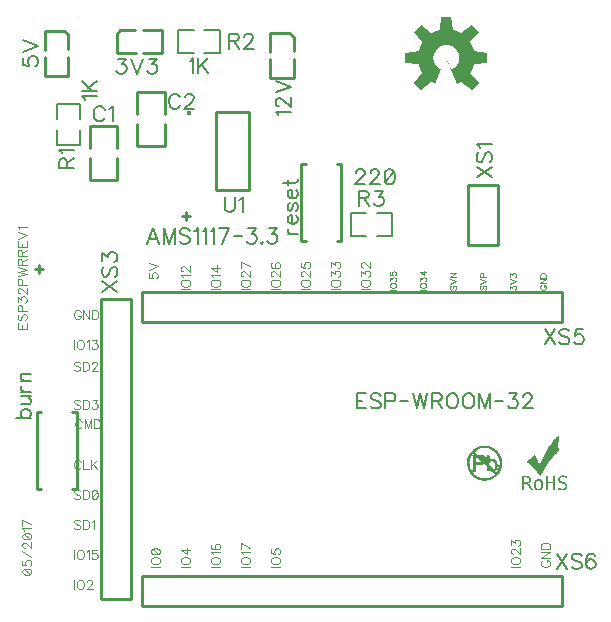
<source format=gto>
G04 DipTrace 3.0.0.1*
G04 ESP32PWRREV1.GTO*
%MOMM*%
G04 #@! TF.FileFunction,Legend,Top*
G04 #@! TF.Part,Single*
%ADD10C,0.25*%
%ADD36C,0.2*%
%ADD41O,0.39194X0.39124*%
%ADD98C,0.19608*%
%ADD100C,0.11765*%
%ADD101C,0.07843*%
%FSLAX35Y35*%
G04*
G71*
G90*
G75*
G01*
G04 TopSilk*
%LPD*%
X2410000Y4720014D2*
D10*
Y4840018D1*
X2370000Y4870000D2*
X2210000D1*
Y4709982D1*
X2410000Y4490000D2*
X2210000D1*
Y4650018D2*
Y4490000D1*
X2410000Y4650018D2*
Y4490000D1*
X2370000Y4870000D2*
X2410000Y4840018D1*
X1059986Y4900000D2*
X939982D1*
X910000Y4860000D2*
Y4700000D1*
X1070018D1*
X1290000Y4900000D2*
Y4700000D1*
X1129982D2*
X1290000D1*
X1129982Y4900000D2*
X1290000D1*
X910000Y4860000D2*
X939982Y4900000D1*
X500000Y4740014D2*
Y4860018D1*
X460000Y4890000D2*
X300000D1*
Y4729982D1*
X500000Y4510000D2*
X300000D1*
Y4670018D2*
Y4510000D1*
X500000Y4670018D2*
Y4510000D1*
X460000Y4890000D2*
X500000Y4860018D1*
X570000Y1009987D2*
Y1659964D1*
X230000Y1009987D2*
X269984D1*
X230000D2*
Y1659964D1*
X269984D1*
X570000Y1009987D2*
X530016D1*
X570000Y1659964D2*
X530016D1*
X915016Y3899992D2*
Y4085020D1*
X685000D1*
Y3899992D1*
X915016Y3625000D2*
Y3810028D1*
Y3625000D2*
X685000D1*
Y3810028D2*
Y3625000D1*
X1084984Y4100008D2*
Y3914980D1*
X1315000D1*
Y4100008D1*
X1084984Y4375000D2*
Y4189972D1*
Y4375000D2*
X1315000D1*
Y4189972D2*
Y4375000D1*
X250520Y2842242D2*
Y2905721D1*
X282259Y2873982D2*
X218780D1*
X1527758Y3320520D2*
X1464279D1*
X1496018Y3352259D2*
Y3288780D1*
X600000Y4140010D2*
D36*
Y4270000D1*
X405000D1*
X400000D2*
Y4140010D1*
X600000Y3920000D2*
Y4049990D1*
Y3920000D2*
X400000D1*
Y4049990D2*
Y3920000D1*
X1559990Y4900000D2*
X1430000D1*
Y4705000D1*
Y4700000D2*
X1559990D1*
X1780000Y4900000D2*
X1650010D1*
X1780000D2*
Y4700000D1*
X1650010D2*
X1780000D1*
X3019990Y3350000D2*
X2890000D1*
Y3155000D1*
Y3150000D2*
X3019990D1*
X3240000Y3350000D2*
X3110010D1*
X3240000D2*
Y3150000D1*
X3110010D2*
X3240000D1*
X2810000Y3109987D2*
D10*
Y3759964D1*
X2470000Y3109987D2*
X2509984D1*
X2470000D2*
Y3759964D1*
X2509984D1*
X2810000Y3109987D2*
X2770016D1*
X2810000Y3759964D2*
X2770016D1*
D41*
X1523306Y4197356D3*
X1750001Y4199996D2*
D10*
Y3540028D1*
X2029999Y4199996D2*
Y3540028D1*
X1750001D2*
X2029999D1*
X1750001Y4199996D2*
X2029999D1*
G36*
X4488992Y1127520D2*
X4484998Y1132498D1*
X4479008Y1142502D1*
X4473018Y1150478D1*
X4468986Y1156517D1*
X4465990Y1159513D1*
X4460000Y1168503D1*
X4457005Y1170485D1*
X4455008Y1173481D1*
X4446982Y1181503D1*
X4445984Y1183485D1*
X4443987Y1184499D1*
X4442989Y1186482D1*
X4440992Y1188510D1*
X4438995Y1189478D1*
X4435002Y1193489D1*
X4432006Y1195517D1*
X4430010Y1197499D1*
X4428013Y1200496D1*
X4425018Y1202478D1*
X4420986Y1206489D1*
X4417990Y1208517D1*
X4413997Y1212482D1*
X4409005Y1216493D1*
X4397984Y1227511D1*
X4394989Y1229493D1*
X4389997Y1234518D1*
X4388000Y1235486D1*
X4385005Y1238482D1*
X4384006Y1240511D1*
X4383008D1*
X4382010Y1241479D1*
Y1242493D1*
X4381011D1*
Y1243507D1*
X4382010D1*
Y1244522D1*
X4391994Y1254479D1*
X4394989Y1256507D1*
X4397984Y1259504D1*
X4402016Y1262501D1*
X4405011Y1265497D1*
X4412998Y1271490D1*
X4417990Y1275501D1*
X4426016Y1281494D1*
X4429011Y1284490D1*
X4432006Y1286519D1*
X4434003Y1288501D1*
X4436998Y1290483D1*
X4440992Y1292512D1*
X4441990Y1293480D1*
X4443987Y1294494D1*
X4444986Y1295508D1*
X4445984D1*
X4446982Y1296522D1*
X4449018D1*
X4450016Y1297490D1*
X4454010D1*
X4458003Y1286519D1*
X4461997Y1278497D1*
X4465990Y1268494D1*
X4467987Y1264483D1*
X4469984Y1259504D1*
X4472019Y1255493D1*
X4474016Y1250514D1*
X4476013Y1246504D1*
X4478010Y1243507D1*
X4480006Y1239497D1*
X4482003Y1233504D1*
X4483002Y1231521D1*
X4484998Y1229493D1*
Y1228479D1*
X4485997Y1227511D1*
Y1226496D1*
X4486995D1*
Y1225482D1*
X4487994D1*
X4488992Y1224514D1*
X4493984D1*
Y1225482D1*
X4496019Y1227511D1*
X4500013Y1235486D1*
X4502010Y1238482D1*
X4503008Y1241479D1*
X4505005Y1245490D1*
X4507002Y1248486D1*
X4508998Y1252497D1*
X4509997Y1256507D1*
X4520019Y1276515D1*
X4524013Y1286519D1*
X4527008Y1291497D1*
X4529005Y1296522D1*
X4532000Y1302515D1*
X4534995Y1307494D1*
X4537990Y1313487D1*
X4539987Y1318512D1*
X4542982Y1323491D1*
X4546016Y1329484D1*
X4548013Y1334509D1*
X4551008Y1338519D1*
X4553005Y1343498D1*
X4556000Y1347509D1*
X4557997Y1352488D1*
X4573011Y1377520D1*
X4576006Y1381485D1*
X4581997Y1391488D1*
X4590982Y1403520D1*
X4593018Y1407485D1*
X4596013Y1410482D1*
X4600006Y1416521D1*
X4603002Y1419517D1*
X4605997Y1423482D1*
X4621011Y1438510D1*
X4625005Y1441507D1*
X4628000Y1445518D1*
X4631994Y1448514D1*
X4637984Y1454507D1*
X4644013Y1458518D1*
X4645011Y1459486D1*
X4647008D1*
Y1458518D1*
X4645011D1*
Y1457503D1*
X4644013D1*
X4643014Y1456489D1*
X4642016D1*
X4645011Y1459486D1*
X4648006Y1460500D1*
X4650003Y1459486D1*
X4651002Y1457503D1*
X4652000Y1454507D1*
Y1443489D1*
X4651002Y1436482D1*
Y1427492D1*
X4650003Y1419517D1*
X4649005Y1409513D1*
Y1376506D1*
X4651002Y1352488D1*
Y1349491D1*
X4652000Y1345481D1*
Y1338519D1*
X4651002Y1336491D1*
Y1333494D1*
X4650003Y1331512D1*
X4648006Y1329484D1*
Y1328516D1*
X4646010Y1327502D1*
X4644013Y1325519D1*
X4642016Y1324505D1*
X4637984Y1320494D1*
X4632992Y1316484D1*
X4625005Y1308508D1*
X4621011Y1305512D1*
X4613984Y1298505D1*
X4610989Y1294494D1*
X4606995Y1291497D1*
X4604000Y1287487D1*
X4601005Y1284490D1*
X4595014Y1276515D1*
X4590982Y1272504D1*
X4587987Y1267479D1*
X4583994Y1262501D1*
X4578003Y1254479D1*
X4572013Y1245490D1*
X4559994Y1229493D1*
X4555002Y1221518D1*
X4550010Y1214510D1*
X4545018Y1206489D1*
X4534995Y1192521D1*
X4531002Y1184499D1*
X4523014Y1170485D1*
X4518982Y1162510D1*
X4514989Y1155502D1*
X4507002Y1139506D1*
X4506003Y1138491D1*
Y1136509D1*
X4505005Y1135495D1*
X4504006Y1133513D1*
X4503008Y1132498D1*
Y1130516D1*
X4501011Y1128488D1*
Y1127520D1*
X4500013Y1126506D1*
Y1125491D1*
X4499014Y1124477D1*
Y1123509D1*
X4498016Y1122495D1*
Y1121481D1*
X4497018D1*
Y1120513D1*
X4493984D1*
X4489990Y1124477D1*
Y1125491D1*
X4488992Y1127520D1*
G37*
G36*
X4367994Y1123509D2*
X4363002D1*
X4340000Y1124477D1*
Y1001482D1*
X4357011D1*
Y1053483D1*
X4376019D1*
X4378016Y1052515D1*
X4380013D1*
X4382010Y1051501D1*
X4383008D1*
X4385005Y1050487D1*
X4391994Y1043479D1*
Y1042511D1*
X4393990Y1040483D1*
Y1039515D1*
X4394989Y1037486D1*
X4395987Y1036518D1*
Y1034490D1*
X4396986Y1033522D1*
X4401018Y1025500D1*
X4402016Y1024486D1*
X4404013Y1020522D1*
X4412998Y1001482D1*
X4430010D1*
X4420986Y1017479D1*
X4417990Y1023518D1*
X4413997Y1033522D1*
X4412000Y1037486D1*
X4406010Y1046522D1*
X4404013Y1050487D1*
X4402016Y1051501D1*
X4401018Y1053483D1*
X4398982Y1055511D1*
X4397984D1*
X4395987Y1056480D1*
X4394989Y1057494D1*
X4390995Y1059522D1*
X4394989Y1060490D1*
X4396986Y1061505D1*
X4400019Y1062519D1*
X4404013Y1064501D1*
X4406010Y1066483D1*
X4408006Y1067498D1*
X4410003Y1069480D1*
X4411002Y1071508D1*
X4412998Y1073490D1*
X4413997Y1076487D1*
Y1078515D1*
X4414995Y1081512D1*
Y1083494D1*
X4415994Y1086491D1*
Y1092484D1*
X4397984D1*
Y1089487D1*
X4398982Y1088519D1*
Y1084508D1*
X4397984Y1083494D1*
Y1078515D1*
X4396986Y1077501D1*
Y1076487D1*
X4394989Y1074505D1*
Y1073490D1*
X4393990Y1072522D1*
X4392992D1*
X4391994Y1071508D1*
Y1070494D1*
X4390995D1*
X4389997Y1069480D1*
X4388998D1*
X4388000Y1068512D1*
X4386003D1*
X4385005Y1067498D1*
X4381011D1*
X4380013Y1066483D1*
X4357011D1*
Y1110509D1*
X4367994D1*
Y1123509D1*
G37*
G36*
D2*
Y1110509D1*
X4382010D1*
X4383008Y1109495D1*
X4385005D1*
X4386003Y1108480D1*
X4388000D1*
X4389997Y1106498D1*
X4390995D1*
X4394989Y1102487D1*
Y1101519D1*
X4395987Y1100505D1*
X4396986D1*
Y1096494D1*
X4397984Y1095480D1*
Y1092484D1*
X4415994D1*
Y1094512D1*
X4414995Y1096494D1*
Y1098523D1*
X4413997Y1100505D1*
Y1102487D1*
X4412998Y1104516D1*
X4412000Y1105484D1*
X4410003Y1109495D1*
X4409005Y1110509D1*
X4408006Y1112491D1*
X4406010Y1113505D1*
X4402016Y1117516D1*
X4400019Y1118484D1*
X4398982Y1119498D1*
X4396986D1*
X4395987Y1120513D1*
X4394989D1*
X4392992Y1121481D1*
X4389997D1*
X4388998Y1122495D1*
X4382010D1*
X4379014Y1123509D1*
X4367994D1*
G37*
G36*
X4442989Y1059522D2*
Y1055511D1*
X4441990Y1054497D1*
Y1040483D1*
X4442989Y1037486D1*
Y1032508D1*
X4443987Y1029511D1*
Y1027483D1*
X4444986Y1025500D1*
Y1023518D1*
X4446982Y1019507D1*
X4448019Y1018493D1*
X4450016Y1014482D1*
X4451014Y1013514D1*
X4452013Y1011486D1*
X4457005Y1006507D1*
X4458003D1*
Y1005493D1*
X4459002D1*
X4460000Y1004479D1*
X4460998D1*
X4461997Y1003511D1*
X4462995D1*
Y1002497D1*
X4463994D1*
X4464992Y1001482D1*
X4467987D1*
X4468986Y1000514D1*
X4472019D1*
X4474016Y999500D1*
X4486995D1*
X4488992Y1000514D1*
X4491987D1*
X4493984Y1001482D1*
X4497018D1*
X4500013Y1003511D1*
X4504006Y1005493D1*
X4506003Y1007521D1*
X4508000Y1008490D1*
X4509997Y1010518D1*
X4510995Y1012500D1*
X4512992Y1014482D1*
X4513990Y1017479D1*
X4514989Y1019507D1*
X4520019Y1034490D1*
Y1043479D1*
X4521018Y1045508D1*
Y1048504D1*
X4520019Y1050487D1*
Y1058508D1*
X4518982Y1061505D1*
Y1063487D1*
X4517984Y1065515D1*
Y1068512D1*
X4515987Y1072522D1*
Y1074505D1*
X4514989Y1076487D1*
X4512992Y1078515D1*
Y1079483D1*
X4510995Y1081512D1*
Y1082480D1*
X4506003Y1087505D1*
X4505005D1*
X4503008Y1089487D1*
X4502010D1*
Y1090501D1*
X4501011Y1091516D1*
X4499014D1*
X4498016Y1092484D1*
X4496019D1*
X4494982Y1093498D1*
X4491987D1*
X4490989Y1094512D1*
X4484998D1*
Y1082480D1*
X4486995D1*
X4487994Y1081512D1*
X4489990D1*
X4490989Y1080498D1*
X4492986Y1079483D1*
X4493984D1*
X4497018Y1076487D1*
X4498016Y1074505D1*
X4499014Y1073490D1*
X4500013Y1071508D1*
X4501011Y1070494D1*
X4503008Y1066483D1*
Y1064501D1*
X4504006Y1063487D1*
Y1059522D1*
X4505005Y1057494D1*
Y1039515D1*
X4504006Y1036518D1*
Y1032508D1*
X4503008Y1030479D1*
Y1028497D1*
X4502010Y1027483D1*
Y1025500D1*
X4501011Y1024486D1*
Y1023518D1*
X4500013Y1022504D1*
Y1021490D1*
X4498016Y1019507D1*
Y1018493D1*
X4496019Y1016511D1*
X4494982D1*
X4493984Y1015497D1*
Y1014482D1*
X4492986D1*
X4491987Y1013514D1*
X4489990D1*
X4488992Y1012500D1*
X4485997D1*
X4484998Y1011486D1*
X4476013D1*
X4475014Y1012500D1*
X4474016D1*
X4473018Y1013514D1*
X4472019D1*
X4469984Y1014482D1*
X4468986D1*
Y1015497D1*
X4467987Y1016511D1*
X4466989D1*
X4463994Y1019507D1*
Y1020522D1*
X4461997Y1022504D1*
Y1023518D1*
X4460998Y1024486D1*
X4460000Y1026515D1*
Y1028497D1*
X4459002Y1030479D1*
Y1032508D1*
X4458003Y1034490D1*
Y1057494D1*
X4459002Y1059522D1*
X4442989D1*
G37*
G36*
D2*
X4459002D1*
Y1064501D1*
X4460000Y1065515D1*
Y1067498D1*
X4460998Y1068512D1*
Y1070494D1*
X4461997Y1071508D1*
Y1072522D1*
X4462995Y1073490D1*
X4463994Y1075519D1*
X4467987Y1079483D1*
X4468986D1*
X4470982Y1081512D1*
X4474016D1*
X4475014Y1082480D1*
X4484998D1*
Y1094512D1*
X4474016D1*
X4472019Y1093498D1*
X4467987D1*
X4466989Y1092484D1*
X4464992D1*
X4462995Y1091516D1*
X4461997Y1090501D1*
X4460000Y1089487D1*
X4459002D1*
X4455008Y1085523D1*
X4453011Y1084508D1*
X4452013Y1082480D1*
X4451014Y1081512D1*
X4450016Y1079483D1*
X4449018Y1078515D1*
X4445984Y1072522D1*
Y1070494D1*
X4443987Y1066483D1*
Y1064501D1*
X4442989Y1061505D1*
Y1059522D1*
G37*
G36*
X4544019Y1001482D2*
Y1123509D1*
X4559994D1*
Y1073490D1*
X4606995D1*
Y1123509D1*
X4623008D1*
Y1001482D1*
X4606995D1*
Y1060490D1*
X4559994D1*
Y1001482D1*
X4544019D1*
G37*
G36*
X4672006Y1000514D2*
X4666016D1*
Y1001482D1*
X4661984D1*
X4660986Y1002497D1*
X4658989D1*
X4657990Y1003511D1*
X4654995D1*
Y1004479D1*
X4648006Y1006507D1*
Y1023518D1*
X4656992Y1018493D1*
X4660986Y1016511D1*
X4676998Y1012500D1*
X4680992D1*
X4683987Y1011486D1*
X4688019Y1012500D1*
X4691014D1*
X4700000Y1015497D1*
X4707987Y1023518D1*
Y1025500D1*
X4708986Y1026515D1*
Y1029511D1*
X4709984Y1031493D1*
Y1037486D1*
X4708986Y1039515D1*
Y1040483D1*
X4707987Y1042511D1*
Y1043479D1*
X4705990Y1045508D1*
Y1047490D1*
X4704992D1*
X4702995Y1049518D1*
X4701997D1*
X4700000Y1051501D1*
X4699002D1*
X4698003Y1052515D1*
X4697005D1*
X4695008Y1053483D1*
X4694010D1*
X4690016Y1055511D1*
X4688019D1*
X4684986Y1056480D1*
X4682989D1*
X4679994Y1057494D1*
X4677997Y1058508D1*
X4676000D1*
X4674003Y1059522D1*
X4671008Y1060490D1*
X4669011D1*
X4668013Y1061505D1*
X4666016Y1062519D1*
X4664019D1*
X4662982Y1063487D1*
X4660986Y1064501D1*
X4659987Y1065515D1*
X4658989D1*
X4657990Y1066483D1*
X4655994Y1067498D1*
Y1068512D1*
X4652998Y1070494D1*
X4651002Y1072522D1*
X4647008Y1084508D1*
Y1087505D1*
X4646010Y1091516D1*
X4647008Y1094512D1*
Y1097509D1*
X4648006Y1100505D1*
X4649005Y1104516D1*
X4651002Y1107512D1*
X4652000Y1109495D1*
X4653997Y1112491D1*
X4657990Y1116502D1*
X4659987Y1117516D1*
X4662982Y1120513D1*
X4665018Y1121481D1*
X4666016D1*
X4670010Y1123509D1*
X4671008D1*
X4673005Y1124477D1*
X4675002D1*
X4676998Y1125491D1*
X4697005D1*
X4698003Y1124477D1*
X4702995D1*
X4704992Y1123509D1*
X4705990D1*
X4707987Y1122495D1*
X4709984D1*
X4710982Y1121481D1*
X4713018D1*
X4718010Y1119498D1*
Y1104516D1*
X4716013D1*
Y1105484D1*
X4714016D1*
Y1106498D1*
X4712019D1*
X4710982Y1107512D1*
X4706989Y1109495D1*
X4695008Y1112491D1*
X4692013D1*
X4688019Y1113505D1*
X4683987Y1112491D1*
X4680992D1*
X4676998Y1111523D1*
X4674003Y1110509D1*
X4672006Y1109495D1*
X4669011Y1107512D1*
X4667014Y1106498D1*
X4665018Y1103502D1*
X4664019Y1101519D1*
X4662982Y1098523D1*
Y1097509D1*
X4661984Y1096494D1*
Y1087505D1*
X4662982Y1086491D1*
Y1084508D1*
X4664019Y1083494D1*
Y1082480D1*
X4668013Y1078515D1*
X4670010Y1077501D1*
X4671008D1*
X4672006Y1076487D1*
X4674003Y1075519D1*
X4675002D1*
X4678995Y1073490D1*
X4680992D1*
X4682989Y1072522D1*
X4684986D1*
X4686982Y1071508D1*
X4695008Y1069480D1*
X4703994Y1066483D1*
X4707987Y1064501D1*
X4710982Y1063487D1*
X4714016Y1060490D1*
X4716013Y1059522D1*
X4717011Y1057494D1*
X4719008Y1056480D1*
X4722003Y1050487D1*
X4723002Y1049518D1*
Y1047490D1*
X4724000Y1046522D1*
Y1022504D1*
X4723002Y1021490D1*
Y1020522D1*
X4722003Y1019507D1*
Y1018493D1*
X4721005Y1016511D1*
X4720006Y1015497D1*
X4719008Y1013514D1*
X4714016Y1008490D1*
X4712019Y1007521D1*
X4710982Y1005493D1*
X4708986Y1004479D1*
X4706989D1*
X4705990Y1003511D1*
X4701997Y1001482D1*
X4700000D1*
X4698003Y1000514D1*
X4693011D1*
X4691014Y999500D1*
X4674003D1*
X4672006Y1000514D1*
G37*
G36*
X4110486Y1350988D2*
Y1323006D1*
X4116486Y1316986D1*
X4118505Y1314006D1*
X4122485Y1310013D1*
X4124505Y1307003D1*
X4126495Y1305007D1*
X4128514Y1301997D1*
X4129494Y1300000D1*
X4133504Y1294010D1*
X4134514Y1292014D1*
X4136504Y1289004D1*
X4137513Y1285994D1*
X4139503Y1283998D1*
X4163501D1*
X4160501Y1289004D1*
X4156492Y1298987D1*
X4147493Y1314006D1*
X4144493Y1317999D1*
X4141493Y1323006D1*
X4137513Y1326999D1*
X4134514Y1330992D1*
X4130504Y1334985D1*
X4126495Y1337995D1*
X4122485Y1341988D1*
X4110486Y1350988D1*
G37*
G36*
X4038494Y1082013D2*
Y1102992D1*
X4030504D1*
X4027505Y1102009D1*
X4017496D1*
X4014496Y1102992D1*
X4006507D1*
X4004487Y1104006D1*
X4001487D1*
X3998488Y1104989D1*
X3996498D1*
Y1084993D1*
X3997508D1*
Y1084010D1*
X4001487D1*
X4002497Y1082997D1*
X4006507D1*
X4007487Y1082013D1*
X4015506D1*
X4017496Y1081000D1*
X4034514D1*
X4036504Y1082013D1*
X4038494D1*
G37*
G36*
X4074490Y1262005D2*
Y1242009D1*
Y1242993D1*
X4075500D1*
X4076510Y1244006D1*
X4077490D1*
Y1244989D1*
X4079509D1*
Y1246003D1*
X4080489D1*
X4081499Y1246986D1*
X4084499D1*
X4085509Y1247999D1*
X4089489D1*
X4091508Y1246986D1*
X4093498D1*
X4094508Y1246003D1*
X4095488D1*
X4097508Y1244989D1*
X4098488D1*
X4104487Y1239000D1*
Y1262989D1*
X4102497D1*
X4100507Y1264002D1*
X4098488D1*
X4096498Y1264985D1*
X4082509D1*
X4080489Y1264002D1*
X4079509D1*
X4077490Y1262989D1*
X4075500D1*
X4074490Y1262005D1*
G37*
G36*
X3997508Y1301013D2*
Y1280988D1*
X4001487D1*
Y1280004D1*
X4003507D1*
X4004487Y1278991D1*
Y1300000D1*
X4001487D1*
Y1301013D1*
X3997508D1*
G37*
G36*
X3975500Y1215994D2*
Y1237003D1*
X3959492D1*
Y1215994D1*
X3975500D1*
G37*
G36*
X4018505Y1379000D2*
X4008497Y1377987D1*
X3999497Y1377003D1*
X3989489Y1375007D1*
X3980489Y1373010D1*
X3971490Y1370000D1*
X3953492Y1362014D1*
X3945503Y1357008D1*
X3936504Y1352001D1*
X3929495Y1346011D1*
X3921505Y1339008D1*
X3914496Y1332005D1*
X3907487Y1323989D1*
X3895488Y1305990D1*
X3890499Y1296007D1*
X3883489Y1278991D1*
X3878500Y1262005D1*
X3875500Y1244989D1*
Y1228003D1*
X3876510Y1212001D1*
X3879510Y1195015D1*
X3884499Y1179996D1*
X3890499Y1165006D1*
X3898488Y1149987D1*
X3908497Y1136994D1*
X3919486Y1125015D1*
X3932494Y1113989D1*
X3946513Y1104006D1*
X3962491Y1095989D1*
X3978500Y1090000D1*
X3996498Y1084993D1*
Y1104989D1*
X3981499Y1109012D1*
X3967511Y1115002D1*
X3955512Y1122988D1*
X3943513Y1131988D1*
X3932494Y1142001D1*
X3922485Y1152997D1*
X3914496Y1165006D1*
X3907487Y1177999D1*
X3902497Y1192005D1*
X3898488Y1206994D1*
X3896498Y1221000D1*
X3895488Y1237003D1*
X3897508Y1251992D1*
X3901487Y1267012D1*
X3906507Y1282001D1*
X3914496Y1296990D1*
X3916486Y1301013D1*
X3917496Y1301997D1*
X3918506Y1303993D1*
X3921505Y1307003D1*
Y1307987D1*
X3922485D1*
Y1309000D1*
X3923495D1*
X3924505Y1310013D1*
X3926495D1*
X3927505Y1309000D1*
X3928514D1*
Y1307987D1*
X3929495D1*
Y1307003D1*
X3930504D1*
X3931514Y1305990D1*
Y1305007D1*
X3932494D1*
Y1301997D1*
X3931514D1*
X3930504Y1301013D1*
Y1298987D1*
X3929495Y1296990D1*
Y1267012D1*
X3928514Y1258995D1*
Y1158987D1*
X3950492D1*
Y1215994D1*
X3959492D1*
Y1237003D1*
X3950492D1*
Y1274015D1*
X3951502Y1276011D1*
Y1280988D1*
X3952512Y1282001D1*
X3954502D1*
X3955512Y1280988D1*
X3957502Y1280004D1*
X3960501Y1276995D1*
X3963501Y1274998D1*
X3967511Y1271005D1*
X3971490Y1267995D1*
X3976510Y1264002D1*
X3988508Y1251992D1*
X3991508Y1247999D1*
X3995488Y1244989D1*
X3997508Y1242009D1*
X3999497Y1240013D1*
X4000507Y1237986D1*
X3999497Y1237003D1*
X3975500D1*
Y1215994D1*
X3986489D1*
X3989489Y1217007D1*
X4002497D1*
X4004487Y1217991D1*
X4007487D1*
X4008497Y1219004D1*
X4011496D1*
X4019486Y1222014D1*
X4031514Y1212001D1*
X4043513Y1201005D1*
Y1179996D1*
X4044493Y1160000D1*
X4061511D1*
X4062491Y1161013D1*
Y1161996D1*
X4063501D1*
Y1163993D1*
X4064511Y1167986D1*
X4069500Y1163010D1*
X4070510D1*
Y1161996D1*
X4071490D1*
X4072500Y1161013D1*
X4073510D1*
X4074490Y1160000D1*
X4076510D1*
Y1158987D1*
X4077490D1*
X4078500Y1158003D1*
X4081499D1*
X4082509Y1156990D1*
X4085509D1*
X4086489Y1156007D1*
X4088508D1*
X4089489Y1154993D1*
X4090498D1*
X4092488Y1152997D1*
X4093498D1*
X4095488Y1152013D1*
X4111496Y1136011D1*
X4105497Y1131988D1*
X4102497Y1129008D1*
X4096498Y1125015D1*
X4092488Y1122005D1*
X4089489Y1120008D1*
X4077490Y1113989D1*
X4073510Y1113005D1*
X4069500Y1111009D1*
X4065491Y1109995D1*
X4061511Y1107999D1*
X4045503Y1104006D1*
X4039503D1*
Y1102992D1*
X4038494D1*
Y1082013D1*
X4054502Y1084010D1*
X4069500Y1088003D1*
X4083489Y1093993D1*
X4097508Y1100996D1*
X4110486Y1109995D1*
X4122485Y1120008D1*
X4133504Y1131004D1*
X4143513Y1143014D1*
X4152512Y1156990D1*
X4159491Y1170996D1*
X4165491Y1185002D1*
X4169500Y1201005D1*
X4171490Y1217007D1*
X4172500Y1233010D1*
X4171490Y1249012D1*
X4168490Y1265998D1*
Y1267995D1*
X4167510Y1269008D1*
Y1271005D1*
X4166501Y1273001D1*
Y1274998D1*
X4165491Y1276011D1*
Y1276995D1*
X4164511Y1278008D1*
Y1280004D1*
X4163501Y1280988D1*
Y1283998D1*
X4139503D1*
X4142503Y1276995D1*
X4145503Y1269008D1*
X4147493Y1262005D1*
X4149512Y1253989D1*
X4151502Y1246986D1*
X4152512Y1239000D1*
Y1222997D1*
X4149512Y1199008D1*
X4140513Y1174989D1*
X4130504Y1158987D1*
X4129494Y1158003D1*
Y1156990D1*
X4126495Y1154010D1*
X4125515D1*
Y1154993D1*
X4123495D1*
Y1156007D1*
X4115506Y1163993D1*
X4120495Y1170013D1*
X4124505Y1174006D1*
X4130504Y1183989D1*
X4132494Y1190008D1*
X4135494Y1208008D1*
Y1221000D1*
X4134514Y1226990D1*
X4132494Y1233010D1*
X4130504Y1237986D1*
X4128514Y1244006D1*
X4125515Y1247999D1*
X4122485Y1253006D1*
X4118505Y1255986D1*
X4117496Y1256999D1*
Y1258012D1*
X4116486D1*
X4115506Y1258995D1*
X4113486D1*
X4111496Y1260992D1*
X4109506D1*
X4108497Y1262005D1*
X4106507D1*
X4105497Y1262989D1*
X4104487D1*
Y1239000D1*
X4106507Y1235990D1*
X4108497Y1233993D1*
X4110486Y1231013D1*
X4111496Y1226990D1*
X4112506Y1224010D1*
X4113486Y1219987D1*
X4114496Y1217007D1*
X4115506Y1213014D1*
Y1208991D1*
X4114496Y1204998D1*
Y1201988D1*
X4112506Y1194002D1*
X4110486Y1190992D1*
X4108497Y1186999D1*
X4106507Y1183989D1*
X4102497Y1179996D1*
X4099497D1*
X4098488Y1181009D1*
X4097508D1*
X4094508Y1183989D1*
X4092488Y1185002D1*
X4071490Y1206011D1*
X4069500Y1210004D1*
X4065491Y1215994D1*
X4063501Y1222014D1*
Y1224994D1*
X4064511Y1226990D1*
Y1230000D1*
X4065491Y1233010D1*
X4069500Y1237003D1*
X4071490Y1240013D1*
X4074490Y1242009D1*
Y1262005D1*
X4072500D1*
Y1260992D1*
X4071490D1*
X4070510Y1260009D1*
X4065491Y1256999D1*
Y1278991D1*
X4064511Y1301013D1*
X4044493D1*
X4042503Y1231013D1*
X4038494Y1235990D1*
X4036504Y1237986D1*
Y1239000D1*
X4035494D1*
Y1242993D1*
X4036504Y1244006D1*
Y1244989D1*
X4038494Y1249996D1*
X4039503Y1255002D1*
Y1269008D1*
X4038494Y1273001D1*
X4036504Y1276995D1*
X4034514Y1280004D1*
X4032494Y1283998D1*
X4026495Y1289987D1*
X4022485Y1292014D1*
X4018505Y1294994D1*
X4014496Y1296990D1*
X4009506Y1298004D1*
X4004487Y1300000D1*
Y1278991D1*
X4005497D1*
X4008497Y1276011D1*
X4009506D1*
X4011496Y1274015D1*
Y1273001D1*
X4013486Y1271005D1*
Y1269008D1*
X4014496Y1267995D1*
Y1267012D1*
X4015506Y1265998D1*
Y1262989D1*
X4016486Y1262005D1*
Y1258012D1*
X4014496D1*
X4002497Y1269992D1*
X4000507Y1271005D1*
X3998488Y1273001D1*
X3997508Y1274998D1*
X3996498Y1276011D1*
X3994508Y1276995D1*
X3993498Y1278008D1*
Y1278991D1*
X3992488Y1280004D1*
Y1282001D1*
X3997508D1*
Y1280988D1*
Y1301013D1*
X3996498D1*
X3995488Y1301997D1*
X3967511D1*
X3954502Y1314990D1*
X3940513Y1328012D1*
X3948503Y1334002D1*
X3958511Y1341005D1*
X3969500Y1346995D1*
X3980489Y1352001D1*
X3991508Y1355011D1*
X4001487Y1357991D1*
X4023495Y1359988D1*
X4034514Y1359004D1*
X4044493Y1357008D1*
X4055512Y1355011D1*
X4065491Y1350988D1*
X4074490Y1346995D1*
X4084499Y1341988D1*
X4093498Y1337012D1*
X4101487Y1330009D1*
X4110486Y1323006D1*
Y1350988D1*
X4104487Y1355011D1*
X4094508Y1361001D1*
X4088508Y1364011D1*
X4083489Y1366007D1*
X4077490Y1368004D1*
X4071490Y1371014D1*
X4066501Y1371997D1*
X4060501Y1373994D1*
X4054502Y1375007D1*
X4048503Y1377003D1*
X4042503D1*
X4030504Y1379000D1*
X4018505D1*
G37*
G36*
X3700000Y4664229D2*
X3794560Y4442934D1*
X3796991Y4443994D1*
X3799423Y4445053D1*
X3801855Y4446175D1*
X3804217Y4447296D1*
X3806649Y4448481D1*
X3809011Y4449665D1*
X3811373Y4450911D1*
X3813735Y4452157D1*
X3816028Y4453404D1*
X3818391Y4454712D1*
X3820683Y4456021D1*
X3822976Y4457392D1*
X3825269Y4458763D1*
X3827492Y4460134D1*
D1*
X3915451Y4388405D1*
X3975828Y4448730D1*
X3904057Y4536724D1*
X3906836Y4541211D1*
X3909476Y4545823D1*
X3912047Y4550497D1*
X3914548Y4555233D1*
X3916841Y4559969D1*
X3919134Y4564830D1*
X3921287Y4569691D1*
X3923302Y4574614D1*
X3925248Y4579537D1*
X3927054Y4584523D1*
X3928722Y4589571D1*
X3930320Y4594681D1*
X3931848Y4599791D1*
X3933168Y4604901D1*
X3934488Y4610074D1*
D1*
X4047390Y4621540D1*
Y4706855D1*
X3934488Y4718322D1*
X3933168Y4723494D1*
X3931848Y4728667D1*
X3930320Y4733777D1*
X3928722Y4738825D1*
X3927054Y4743873D1*
X3925248Y4748858D1*
X3923302Y4753844D1*
X3921287Y4758704D1*
X3919134Y4763628D1*
X3916841Y4768426D1*
X3914548Y4773163D1*
X3912047Y4777899D1*
X3909476Y4782573D1*
X3906836Y4787184D1*
X3904057Y4791734D1*
D1*
X3975828Y4879666D1*
X3915451Y4939990D1*
X3827492Y4868261D1*
X3822976Y4871066D1*
X3818391Y4873683D1*
X3813735Y4876238D1*
X3809011Y4878731D1*
X3804217Y4881099D1*
X3799423Y4883342D1*
X3794560Y4885461D1*
X3789627Y4887518D1*
X3784624Y4889450D1*
X3779622Y4891257D1*
X3774619Y4892940D1*
X3769547Y4894560D1*
X3764406Y4896056D1*
X3759265Y4897427D1*
X3754123Y4898673D1*
D1*
X3742659Y5011595D1*
X3657341D1*
X3645877Y4898673D1*
X3640735Y4897427D1*
X3635594Y4896056D1*
X3630453Y4894560D1*
X3625381Y4892940D1*
X3620378Y4891257D1*
X3615376Y4889450D1*
X3610373Y4887518D1*
X3605440Y4885461D1*
X3600577Y4883342D1*
X3595783Y4881099D1*
X3590989Y4878731D1*
X3586265Y4876238D1*
X3581609Y4873683D1*
X3577024Y4871066D1*
X3572508Y4868261D1*
D1*
X3484549Y4939990D1*
X3424172Y4879666D1*
X3495943Y4791734D1*
X3493164Y4787184D1*
X3490524Y4782573D1*
X3487953Y4777899D1*
X3485452Y4773163D1*
X3483159Y4768426D1*
X3480866Y4763628D1*
X3478713Y4758704D1*
X3476698Y4753844D1*
X3474752Y4748858D1*
X3472946Y4743873D1*
X3471278Y4738825D1*
X3469680Y4733777D1*
X3468152Y4728667D1*
X3466832Y4723494D1*
X3465512Y4718322D1*
D1*
X3352610Y4706855D1*
Y4621540D1*
X3465512Y4610074D1*
X3466832Y4604901D1*
X3468152Y4599791D1*
X3469680Y4594681D1*
X3471278Y4589571D1*
X3472946Y4584523D1*
X3474752Y4579537D1*
X3476698Y4574614D1*
X3478713Y4569691D1*
X3480866Y4564830D1*
X3483159Y4559969D1*
X3485452Y4555233D1*
X3487953Y4550497D1*
X3490524Y4545823D1*
X3493164Y4541211D1*
X3495943Y4536724D1*
D1*
X3424172Y4448730D1*
X3484549Y4388405D1*
X3572508Y4460134D1*
X3574731Y4458763D1*
X3577024Y4457392D1*
X3579317Y4456021D1*
X3581609Y4454712D1*
X3583972Y4453404D1*
X3586265Y4452157D1*
X3588627Y4450911D1*
X3590989Y4449665D1*
X3593351Y4448481D1*
X3595783Y4447296D1*
X3598145Y4446175D1*
X3600577Y4445053D1*
X3603009Y4443994D1*
X3605440Y4442934D1*
X3607942Y4441875D1*
D1*
X3658174Y4563147D1*
X3650323Y4566762D1*
X3642820Y4570937D1*
X3635733Y4575736D1*
X3628993Y4581033D1*
X3622671Y4586891D1*
X3616835Y4593185D1*
X3611485Y4599916D1*
X3606761Y4607082D1*
X3602522Y4614561D1*
X3598979Y4622351D1*
X3595991Y4630390D1*
X3593629Y4638678D1*
X3591962Y4647091D1*
X3590989Y4655629D1*
X3590642Y4664229D1*
D1*
X3595158Y4695264D1*
X3608289Y4723744D1*
X3628993Y4747362D1*
X3655534Y4764126D1*
X3685688Y4772664D1*
X3717092Y4772228D1*
X3747106Y4762942D1*
X3773160Y4745493D1*
X3793239Y4721375D1*
X3805676Y4692522D1*
X3809358Y4661362D1*
X3804009Y4630390D1*
X3790113Y4602284D1*
X3768853Y4579226D1*
X3741826Y4563147D1*
D1*
X3792058Y4441875D1*
X3700000Y4664229D1*
G37*
X4137000Y3587000D2*
D10*
X3883000D1*
Y3460000D2*
Y3587000D1*
Y3460000D2*
Y3333000D1*
Y3206000D2*
Y3333000D1*
Y3206000D2*
Y3079000D1*
X4137000D1*
Y3587000D2*
Y3079000D1*
X773000Y80000D2*
X1027000D1*
X773000Y2620000D2*
Y80000D1*
Y2620000D2*
X1027000D1*
Y2429500D1*
Y80000D1*
X1122000Y2677000D2*
Y2423000D1*
X4678000Y2677000D2*
X1122000D1*
X4678000D2*
Y2423000D1*
X4485976D1*
X1122000D1*
Y277000D2*
Y23000D1*
X4678000Y277000D2*
X1122000D1*
X4678000D2*
Y23000D1*
X4485976D1*
X1122000D1*
X2278440Y4174443D2*
D98*
X2272263Y4186657D1*
X2254154Y4204907D1*
X2381623D1*
X2284477Y4250299D2*
X2278440D1*
X2266227Y4256336D1*
X2260190Y4262372D1*
X2254154Y4274586D1*
Y4298872D1*
X2260190Y4310945D1*
X2266227Y4316982D1*
X2278440Y4323159D1*
X2290514D1*
X2302727Y4316982D1*
X2320837Y4304909D1*
X2381623Y4244122D1*
Y4329195D1*
X2254014Y4368411D2*
X2381623Y4416984D1*
X2254014Y4465557D1*
X919352Y4655846D2*
X986034D1*
X949675Y4607273D1*
X967925D1*
X979998Y4601237D1*
X986034Y4595200D1*
X992211Y4576950D1*
Y4564877D1*
X986034Y4546627D1*
X973961Y4534414D1*
X955711Y4528377D1*
X937461D1*
X919352Y4534414D1*
X913315Y4540590D1*
X907138Y4552664D1*
X1031427Y4655987D2*
X1080000Y4528377D1*
X1128573Y4655987D1*
X1180002Y4655846D2*
X1246685D1*
X1210325Y4607273D1*
X1228575D1*
X1240648Y4601237D1*
X1246685Y4595200D1*
X1252862Y4576950D1*
Y4564877D1*
X1246685Y4546627D1*
X1234612Y4534414D1*
X1216362Y4528377D1*
X1198112D1*
X1180002Y4534414D1*
X1173966Y4540590D1*
X1167789Y4552664D1*
X114154Y4662142D2*
Y4601496D1*
X168763Y4595460D1*
X162727Y4601496D1*
X156550Y4619746D1*
Y4637856D1*
X162727Y4656106D1*
X174800Y4668319D1*
X193050Y4674356D1*
X205123D1*
X223373Y4668319D1*
X235587Y4656106D1*
X241623Y4637856D1*
Y4619746D1*
X235587Y4601496D1*
X229410Y4595460D1*
X217336Y4589283D1*
X114014Y4713572D2*
X241623Y4762144D1*
X114014Y4810718D1*
X54013Y1615567D2*
X181623D1*
X114800D2*
X102586Y1627781D1*
X96550Y1639854D1*
Y1658104D1*
X102587Y1670177D1*
X114800Y1682390D1*
X133050Y1688427D1*
X145123D1*
X163373Y1682390D1*
X175446Y1670177D1*
X181623Y1658104D1*
Y1639854D1*
X175446Y1627781D1*
X163373Y1615567D1*
X96550Y1727642D2*
X157337D1*
X175446Y1733679D1*
X181623Y1745892D1*
Y1764142D1*
X175446Y1776215D1*
X157337Y1794465D1*
X96550D2*
X181623D1*
X96550Y1833681D2*
X181623D1*
X133050D2*
X114800Y1839858D1*
X102587Y1851931D1*
X96550Y1864144D1*
Y1882394D1*
Y1921610D2*
X181623D1*
X120837D2*
X102587Y1939860D1*
X96550Y1952074D1*
Y1970183D1*
X102587Y1982397D1*
X120837Y1988433D1*
X181623D1*
X805715Y4220664D2*
X799679Y4232737D1*
X787465Y4244950D1*
X775392Y4250987D1*
X751106D1*
X738892Y4244950D1*
X726819Y4232737D1*
X720642Y4220664D1*
X714606Y4202414D1*
Y4171950D1*
X720642Y4153840D1*
X726819Y4141627D1*
X738892Y4129554D1*
X751106Y4123377D1*
X775392D1*
X787465Y4129554D1*
X799679Y4141627D1*
X805715Y4153840D1*
X844931Y4226560D2*
X857144Y4232737D1*
X875394Y4250846D1*
Y4123377D1*
X1442410Y4326664D2*
X1436374Y4338737D1*
X1424160Y4350950D1*
X1412087Y4356987D1*
X1387801D1*
X1375587Y4350950D1*
X1363514Y4338737D1*
X1357337Y4326664D1*
X1351301Y4308414D1*
Y4277950D1*
X1357337Y4259840D1*
X1363514Y4247627D1*
X1375587Y4235554D1*
X1387801Y4229377D1*
X1412087D1*
X1424160Y4235554D1*
X1436374Y4247627D1*
X1442410Y4259840D1*
X1487803Y4326523D2*
Y4332560D1*
X1493840Y4344773D1*
X1499876Y4350810D1*
X1512090Y4356846D1*
X1536376D1*
X1548449Y4350810D1*
X1554486Y4344773D1*
X1560663Y4332560D1*
Y4320487D1*
X1554486Y4308273D1*
X1542413Y4290164D1*
X1481626Y4229377D1*
X1566699D1*
X3020381Y1820987D2*
X2941485D1*
Y1693377D1*
X3020381D1*
X2941485Y1760200D2*
X2990058D1*
X3144670Y1802737D2*
X3132597Y1814950D1*
X3114347Y1820987D1*
X3090060D1*
X3071810Y1814950D1*
X3059597Y1802737D1*
Y1790664D1*
X3065774Y1778450D1*
X3071810Y1772414D1*
X3083883Y1766377D1*
X3120383Y1754164D1*
X3132597Y1748127D1*
X3138633Y1741950D1*
X3144670Y1729877D1*
Y1711627D1*
X3132597Y1699554D1*
X3114347Y1693377D1*
X3090060D1*
X3071810Y1699554D1*
X3059597Y1711627D1*
X3183885Y1754164D2*
X3238635D1*
X3256745Y1760200D1*
X3262922Y1766377D1*
X3268959Y1778450D1*
Y1796700D1*
X3262922Y1808773D1*
X3256745Y1814950D1*
X3238635Y1820987D1*
X3183885D1*
Y1693377D1*
X3308174Y1757112D2*
X3378367D1*
X3417582Y1820987D2*
X3448046Y1693377D1*
X3478369Y1820987D1*
X3508692Y1693377D1*
X3539155Y1820987D1*
X3578371Y1760200D2*
X3632981D1*
X3651231Y1766377D1*
X3657408Y1772414D1*
X3663444Y1784487D1*
Y1796700D1*
X3657408Y1808773D1*
X3651231Y1814950D1*
X3632981Y1820987D1*
X3578371D1*
Y1693377D1*
X3620908Y1760200D2*
X3663444Y1693377D1*
X3739160Y1820987D2*
X3726946Y1814950D1*
X3714873Y1802737D1*
X3708696Y1790664D1*
X3702660Y1772414D1*
Y1741950D1*
X3708696Y1723840D1*
X3714873Y1711627D1*
X3726946Y1699554D1*
X3739160Y1693377D1*
X3763446D1*
X3775519Y1699554D1*
X3787733Y1711627D1*
X3793769Y1723840D1*
X3799806Y1741950D1*
Y1772414D1*
X3793769Y1790664D1*
X3787733Y1802737D1*
X3775519Y1814950D1*
X3763446Y1820987D1*
X3739160D1*
X3875522D2*
X3863308Y1814950D1*
X3851235Y1802737D1*
X3845058Y1790664D1*
X3839022Y1772414D1*
Y1741950D1*
X3845058Y1723840D1*
X3851235Y1711627D1*
X3863308Y1699554D1*
X3875522Y1693377D1*
X3899808D1*
X3911881Y1699554D1*
X3924095Y1711627D1*
X3930131Y1723840D1*
X3936168Y1741950D1*
Y1772414D1*
X3930131Y1790664D1*
X3924095Y1802737D1*
X3911881Y1814950D1*
X3899808Y1820987D1*
X3875522D1*
X4072530Y1693377D2*
Y1820987D1*
X4023957Y1693377D1*
X3975383Y1820987D1*
Y1693377D1*
X4111745Y1757112D2*
X4181938D1*
X4233367Y1820846D2*
X4300049D1*
X4263690Y1772273D1*
X4281940D1*
X4294013Y1766237D1*
X4300049Y1760200D1*
X4306226Y1741950D1*
Y1729877D1*
X4300049Y1711627D1*
X4287976Y1699414D1*
X4269726Y1693377D1*
X4251476D1*
X4233367Y1699414D1*
X4227330Y1705590D1*
X4221153Y1717664D1*
X4351619Y1790523D2*
Y1796560D1*
X4357656Y1808773D1*
X4363692Y1814810D1*
X4375906Y1820846D1*
X4400192D1*
X4412265Y1814810D1*
X4418302Y1808773D1*
X4424479Y1796560D1*
Y1784487D1*
X4418302Y1772273D1*
X4406229Y1754164D1*
X4345442Y1693377D1*
X4430515D1*
X484800Y3727624D2*
Y3782234D1*
X478623Y3800484D1*
X472587Y3806661D1*
X460514Y3812697D1*
X448300D1*
X436227Y3806661D1*
X430050Y3800484D1*
X424013Y3782234D1*
Y3727624D1*
X551623D1*
X484800Y3770161D2*
X551623Y3812697D1*
X448440Y3851913D2*
X442264Y3864126D1*
X424154Y3882376D1*
X551623D1*
X637502Y4307624D2*
X631325Y4319838D1*
X613216Y4338088D1*
X740685D1*
X613075Y4377303D2*
X740685D1*
X613075Y4462376D2*
X698148Y4377303D1*
X667685Y4407626D2*
X740685Y4462376D1*
X1860319Y4805200D2*
X1914929D1*
X1933179Y4811377D1*
X1939356Y4817414D1*
X1945392Y4829487D1*
Y4841700D1*
X1939356Y4853773D1*
X1933179Y4859950D1*
X1914929Y4865987D1*
X1860319D1*
Y4738377D1*
X1902856Y4805200D2*
X1945392Y4738377D1*
X1990785Y4835523D2*
Y4841560D1*
X1996821Y4853773D1*
X2002858Y4859810D1*
X2015071Y4865846D1*
X2039358D1*
X2051431Y4859810D1*
X2057467Y4853773D1*
X2063644Y4841560D1*
Y4829487D1*
X2057467Y4817273D1*
X2045394Y4799164D1*
X1984608Y4738377D1*
X2069681D1*
X1527624Y4632498D2*
X1539837Y4638675D1*
X1558087Y4656785D1*
Y4529315D1*
X1597303Y4656925D2*
Y4529315D1*
X1682376Y4656925D2*
X1597303Y4571852D1*
X1627626Y4602315D2*
X1682376Y4529315D1*
X2960319Y3475200D2*
X3014929D1*
X3033179Y3481377D1*
X3039356Y3487414D1*
X3045392Y3499487D1*
Y3511700D1*
X3039356Y3523773D1*
X3033179Y3529950D1*
X3014929Y3535987D1*
X2960319D1*
Y3408377D1*
X3002856Y3475200D2*
X3045392Y3408377D1*
X3096821Y3535846D2*
X3163504D1*
X3127144Y3487273D1*
X3145394D1*
X3157467Y3481237D1*
X3163504Y3475200D1*
X3169681Y3456950D1*
Y3444877D1*
X3163504Y3426627D1*
X3151431Y3414414D1*
X3133181Y3408377D1*
X3114931D1*
X3096821Y3414414D1*
X3090785Y3420590D1*
X3084608Y3432664D1*
X2934352Y3686461D2*
Y3692498D1*
X2940388Y3704711D1*
X2946425Y3710748D1*
X2958638Y3716785D1*
X2982925D1*
X2994998Y3710748D1*
X3001034Y3704711D1*
X3007211Y3692498D1*
Y3680425D1*
X3001034Y3668211D1*
X2988961Y3650102D1*
X2928175Y3589315D1*
X3013248D1*
X3058640Y3686461D2*
Y3692498D1*
X3064677Y3704711D1*
X3070713Y3710748D1*
X3082927Y3716785D1*
X3107213D1*
X3119287Y3710748D1*
X3125323Y3704711D1*
X3131500Y3692498D1*
Y3680425D1*
X3125323Y3668211D1*
X3113250Y3650102D1*
X3052463Y3589315D1*
X3137537D1*
X3213252Y3716785D2*
X3195002Y3710748D1*
X3182789Y3692498D1*
X3176752Y3662175D1*
Y3643925D1*
X3182789Y3613602D1*
X3195002Y3595352D1*
X3213252Y3589315D1*
X3225325D1*
X3243575Y3595352D1*
X3255648Y3613602D1*
X3261825Y3643925D1*
Y3662175D1*
X3255648Y3692498D1*
X3243575Y3710748D1*
X3225325Y3716785D1*
X3213252D1*
X3255648Y3692498D2*
X3182789Y3613602D1*
X2356550Y3166655D2*
X2441623D1*
X2393050D2*
X2374800Y3172831D1*
X2362587Y3184905D1*
X2356550Y3197118D1*
Y3215368D1*
X2393050Y3254584D2*
Y3327443D1*
X2380837D1*
X2368623Y3321407D1*
X2362587Y3315370D1*
X2356550Y3303157D1*
Y3284907D1*
X2362587Y3272834D1*
X2374800Y3260620D1*
X2393050Y3254584D1*
X2405123D1*
X2423373Y3260620D1*
X2435446Y3272833D1*
X2441623Y3284906D1*
Y3303156D1*
X2435446Y3315370D1*
X2423373Y3327443D1*
X2374800Y3433482D2*
X2362587Y3427445D1*
X2356550Y3409195D1*
Y3390945D1*
X2362587Y3372695D1*
X2374800Y3366659D1*
X2386873Y3372695D1*
X2393050Y3384909D1*
X2399087Y3415232D1*
X2405123Y3427445D1*
X2417337Y3433482D1*
X2423373D1*
X2435446Y3427445D1*
X2441623Y3409195D1*
Y3390945D1*
X2435446Y3372695D1*
X2423373Y3366659D1*
X2393050Y3472697D2*
Y3545557D1*
X2380837D1*
X2368623Y3539521D1*
X2362587Y3533484D1*
X2356550Y3521271D1*
Y3503021D1*
X2362587Y3490947D1*
X2374800Y3478734D1*
X2393050Y3472697D1*
X2405123D1*
X2423373Y3478734D1*
X2435446Y3490947D1*
X2441623Y3503021D1*
Y3521271D1*
X2435446Y3533484D1*
X2423373Y3545557D1*
X2314014Y3603023D2*
X2417337D1*
X2435446Y3609059D1*
X2441623Y3621273D1*
Y3633346D1*
X2356550Y3584773D2*
Y3627309D1*
X1822624Y3482905D2*
Y3391795D1*
X1828660Y3373545D1*
X1840874Y3361472D1*
X1859124Y3355295D1*
X1871197D1*
X1889447Y3361472D1*
X1901660Y3373545D1*
X1907697Y3391795D1*
Y3482905D1*
X1946913Y3458478D2*
X1959126Y3464655D1*
X1977376Y3482765D1*
Y3355295D1*
X1266948Y3089344D2*
X1218234Y3216953D1*
X1169661Y3089344D1*
X1187911Y3131880D2*
X1248698D1*
X1403309Y3089344D2*
Y3216953D1*
X1354736Y3089344D1*
X1306163Y3216953D1*
Y3089344D1*
X1527598Y3198703D2*
X1515525Y3210917D1*
X1497275Y3216953D1*
X1472989D1*
X1454739Y3210917D1*
X1442525Y3198703D1*
Y3186630D1*
X1448702Y3174417D1*
X1454739Y3168380D1*
X1466812Y3162344D1*
X1503312Y3150130D1*
X1515525Y3144094D1*
X1521562Y3137917D1*
X1527598Y3125844D1*
Y3107594D1*
X1515525Y3095521D1*
X1497275Y3089344D1*
X1472989D1*
X1454739Y3095521D1*
X1442525Y3107594D1*
X1566814Y3192526D2*
X1579027Y3198703D1*
X1597277Y3216813D1*
Y3089344D1*
X1636493Y3192526D2*
X1648706Y3198703D1*
X1666956Y3216813D1*
Y3089344D1*
X1706172Y3192526D2*
X1718386Y3198703D1*
X1736636Y3216813D1*
Y3089344D1*
X1800138D2*
X1860924Y3216813D1*
X1775851D1*
X1900140Y3153078D2*
X1970332D1*
X2021761Y3216813D2*
X2088444D1*
X2052085Y3168240D1*
X2070335D1*
X2082408Y3162203D1*
X2088444Y3156167D1*
X2094621Y3137917D1*
Y3125844D1*
X2088444Y3107594D1*
X2076371Y3095380D1*
X2058121Y3089344D1*
X2039871D1*
X2021761Y3095380D1*
X2015725Y3101557D1*
X2009548Y3113630D1*
X2139873Y3101557D2*
X2133837Y3095380D1*
X2139873Y3089344D1*
X2146050Y3095380D1*
X2139873Y3101557D1*
X2197479Y3216813D2*
X2264162D1*
X2227802Y3168240D1*
X2246052D1*
X2258126Y3162203D1*
X2264162Y3156167D1*
X2270339Y3137917D1*
Y3125844D1*
X2264162Y3107594D1*
X2252089Y3095380D1*
X2233839Y3089344D1*
X2215589D1*
X2197479Y3095380D1*
X2191443Y3101557D1*
X2185266Y3113630D1*
X3957013Y3653480D2*
X4084623Y3738553D1*
X3957014D2*
X4084623Y3653480D1*
X3975264Y3862841D2*
X3963050Y3850768D1*
X3957014Y3832518D1*
Y3808232D1*
X3963050Y3789982D1*
X3975264Y3777768D1*
X3987337D1*
X3999550Y3783945D1*
X4005587Y3789982D1*
X4011623Y3802055D1*
X4023837Y3838555D1*
X4029873Y3850768D1*
X4036050Y3856805D1*
X4048123Y3862841D1*
X4066373D1*
X4078446Y3850768D1*
X4084623Y3832518D1*
Y3808232D1*
X4078446Y3789982D1*
X4066373Y3777768D1*
X3981440Y3902057D2*
X3975264Y3914271D1*
X3957154Y3932521D1*
X4084623D1*
X787013Y2683175D2*
X914623Y2768248D1*
X787014D2*
X914623Y2683175D1*
X805264Y2892537D2*
X793050Y2880464D1*
X787014Y2862214D1*
Y2837927D1*
X793050Y2819677D1*
X805264Y2807464D1*
X817337D1*
X829550Y2813641D1*
X835587Y2819677D1*
X841623Y2831750D1*
X853837Y2868250D1*
X859873Y2880464D1*
X866050Y2886500D1*
X878123Y2892537D1*
X896373D1*
X908446Y2880463D1*
X914623Y2862213D1*
Y2837927D1*
X908446Y2819677D1*
X896373Y2807464D1*
X787154Y2943966D2*
Y3010648D1*
X835727Y2974289D1*
Y2992539D1*
X841763Y3004612D1*
X847800Y3010648D1*
X866050Y3016825D1*
X878123D1*
X896373Y3010648D1*
X908587Y2998575D1*
X914623Y2980325D1*
Y2962075D1*
X908587Y2943966D1*
X902410Y2937929D1*
X890337Y2931752D1*
X4533175Y2362987D2*
X4618248Y2235377D1*
Y2362987D2*
X4533175Y2235377D1*
X4742537Y2344737D2*
X4730463Y2356950D1*
X4712213Y2362987D1*
X4687927D1*
X4669677Y2356950D1*
X4657463Y2344737D1*
Y2332664D1*
X4663640Y2320450D1*
X4669677Y2314414D1*
X4681750Y2308377D1*
X4718250Y2296164D1*
X4730463Y2290127D1*
X4736500Y2283950D1*
X4742537Y2271877D1*
Y2253627D1*
X4730463Y2241554D1*
X4712213Y2235377D1*
X4687927D1*
X4669677Y2241554D1*
X4657463Y2253627D1*
X4854612Y2362846D2*
X4793966D1*
X4787929Y2308237D1*
X4793966Y2314273D1*
X4812216Y2320450D1*
X4830325D1*
X4848575Y2314273D1*
X4860789Y2302200D1*
X4866825Y2283950D1*
Y2271877D1*
X4860789Y2253627D1*
X4848575Y2241414D1*
X4830325Y2235377D1*
X4812216D1*
X4793966Y2241414D1*
X4787929Y2247590D1*
X4781752Y2259664D1*
X4636263Y462987D2*
X4721336Y335377D1*
Y462987D2*
X4636263Y335377D1*
X4845625Y444737D2*
X4833552Y456950D1*
X4815302Y462987D1*
X4791015D1*
X4772765Y456950D1*
X4760552Y444737D1*
Y432664D1*
X4766729Y420450D1*
X4772765Y414414D1*
X4784838Y408377D1*
X4821338Y396164D1*
X4833552Y390127D1*
X4839588Y383950D1*
X4845625Y371877D1*
Y353627D1*
X4833552Y341554D1*
X4815302Y335377D1*
X4791015D1*
X4772765Y341554D1*
X4760552Y353627D1*
X4957700Y444737D2*
X4951664Y456810D1*
X4933414Y462846D1*
X4921341D1*
X4903091Y456810D1*
X4890877Y438560D1*
X4884841Y408237D1*
Y377914D1*
X4890877Y353627D1*
X4903091Y341414D1*
X4921341Y335377D1*
X4927377D1*
X4945487Y341414D1*
X4957700Y353627D1*
X4963737Y371877D1*
Y377914D1*
X4957700Y396164D1*
X4945487Y408237D1*
X4927377Y414273D1*
X4921341D1*
X4903091Y408237D1*
X4890877Y396164D1*
X4884841Y377914D1*
X110156Y307746D2*
D100*
X113778Y296796D1*
X124728Y289468D1*
X142922Y285846D1*
X153872D1*
X172066Y289468D1*
X183016Y296796D1*
X186638Y307746D1*
Y314990D1*
X183016Y325940D1*
X172066Y333184D1*
X153872Y336890D1*
X142922D1*
X124728Y333184D1*
X113778Y325940D1*
X110156Y314990D1*
Y307746D1*
X124728Y333184D2*
X172066Y289468D1*
X110156Y404135D2*
Y367747D1*
X142922Y364125D1*
X139300Y367747D1*
X135594Y378697D1*
Y389563D1*
X139300Y400513D1*
X146544Y407841D1*
X157494Y411463D1*
X164738D1*
X175688Y407841D1*
X183016Y400513D1*
X186638Y389563D1*
Y378697D1*
X183016Y367747D1*
X179310Y364125D1*
X172066Y360419D1*
X186638Y434992D2*
X110156Y486036D1*
X128350Y513272D2*
X124728D1*
X117400Y516894D1*
X113778Y520516D1*
X110156Y527844D1*
Y542416D1*
X113778Y549659D1*
X117400Y553281D1*
X124728Y556987D1*
X131972D1*
X139300Y553281D1*
X150166Y546037D1*
X186638Y509565D1*
Y560609D1*
X110156Y606039D2*
X113778Y595089D1*
X124728Y587761D1*
X142922Y584139D1*
X153872D1*
X172066Y587761D1*
X183016Y595089D1*
X186638Y606039D1*
Y613283D1*
X183016Y624233D1*
X172066Y631476D1*
X153872Y635183D1*
X142922D1*
X124728Y631476D1*
X113778Y624233D1*
X110156Y613283D1*
Y606039D1*
X124728Y631476D2*
X172066Y587761D1*
X124728Y658712D2*
X121022Y666040D1*
X110156Y676990D1*
X186638D1*
Y715091D2*
X110156Y751563D1*
Y700519D1*
X69199Y2417347D2*
X69198Y2370009D1*
X145764D1*
Y2417347D1*
X105670Y2370009D2*
Y2399153D1*
X80149Y2491920D2*
X72820Y2484676D1*
X69199Y2473726D1*
Y2459154D1*
X72820Y2448204D1*
X80149Y2440876D1*
X87392D1*
X94720Y2444582D1*
X98342Y2448204D1*
X101964Y2455448D1*
X109292Y2477348D1*
X112914Y2484676D1*
X116620Y2488298D1*
X123864Y2491920D1*
X134814D1*
X142058Y2484676D1*
X145764Y2473726D1*
Y2459154D1*
X142058Y2448204D1*
X134814Y2440876D1*
X109292Y2515449D2*
Y2548299D1*
X105670Y2559165D1*
X101964Y2562871D1*
X94720Y2566493D1*
X83770D1*
X76527Y2562871D1*
X72820Y2559165D1*
X69199Y2548299D1*
Y2515449D1*
X145764D1*
X69283Y2597351D2*
Y2637360D1*
X98427Y2615545D1*
Y2626495D1*
X102048Y2633738D1*
X105670Y2637360D1*
X116620Y2641067D1*
X123864Y2641066D1*
X134814Y2637360D1*
X142142Y2630116D1*
X145764Y2619166D1*
Y2608216D1*
X142142Y2597351D1*
X138436Y2593729D1*
X131192Y2590023D1*
X87477Y2668302D2*
X83855D1*
X76527Y2671924D1*
X72905Y2675546D1*
X69283Y2682874D1*
Y2697446D1*
X72905Y2704690D1*
X76527Y2708312D1*
X83855Y2712018D1*
X91098D1*
X98427Y2708312D1*
X109292Y2701068D1*
X145764Y2664596D1*
Y2715640D1*
X109292Y2739169D2*
Y2772019D1*
X105670Y2782885D1*
X101964Y2786591D1*
X94720Y2790213D1*
X83770D1*
X76527Y2786591D1*
X72820Y2782885D1*
X69198Y2772019D1*
Y2739169D1*
X145764D1*
X69198Y2813742D2*
X145764Y2832020D1*
X69198Y2850214D1*
X145764Y2868408D1*
X69198Y2886686D1*
X105670Y2910216D2*
Y2942981D1*
X101964Y2953931D1*
X98342Y2957638D1*
X91098Y2961260D1*
X83770D1*
X76527Y2957638D1*
X72820Y2953931D1*
X69198Y2942981D1*
Y2910216D1*
X145764D1*
X105670Y2935738D2*
X145764Y2961260D1*
X105670Y2984789D2*
Y3017555D1*
X101964Y3028505D1*
X98342Y3032211D1*
X91098Y3035833D1*
X83770D1*
X76527Y3032211D1*
X72820Y3028505D1*
X69198Y3017555D1*
Y2984789D1*
X145764D1*
X105670Y3010311D2*
X145764Y3035833D1*
X69198Y3106700D2*
Y3059362D1*
X145764D1*
Y3106700D1*
X105670Y3059362D2*
Y3088506D1*
X69198Y3130229D2*
X145764Y3159373D1*
X69198Y3188517D1*
X83855Y3212046D2*
X80148Y3219374D1*
X69283Y3230324D1*
X145764D1*
X1179916Y2838175D2*
Y2801787D1*
X1212682Y2798166D1*
X1209060Y2801787D1*
X1205354Y2812737D1*
Y2823603D1*
X1209060Y2834553D1*
X1216304Y2841881D1*
X1227254Y2845503D1*
X1234498D1*
X1245448Y2841881D1*
X1252776Y2834553D1*
X1256398Y2823603D1*
Y2812737D1*
X1252776Y2801787D1*
X1249069Y2798166D1*
X1241826Y2794459D1*
X1179832Y2869033D2*
X1256398Y2898176D1*
X1179832Y2927320D1*
X1453832Y2701959D2*
X1530397D1*
X1453832Y2747389D2*
X1457454Y2740061D1*
X1464782Y2732817D1*
X1472026Y2729111D1*
X1482976Y2725489D1*
X1501254D1*
X1512120Y2729111D1*
X1519448Y2732817D1*
X1526691Y2740060D1*
X1530398Y2747389D1*
Y2761960D1*
X1526691Y2769204D1*
X1519448Y2776532D1*
X1512120Y2780154D1*
X1501254Y2783776D1*
X1482976D1*
X1472026Y2780154D1*
X1464782Y2776532D1*
X1457454Y2769204D1*
X1453832Y2761961D1*
Y2747389D1*
X1468488Y2807306D2*
X1464782Y2814634D1*
X1453916Y2825584D1*
X1530398D1*
X1472110Y2852819D2*
X1468488D1*
X1461160Y2856441D1*
X1457538Y2860063D1*
X1453916Y2867391D1*
Y2881963D1*
X1457538Y2889207D1*
X1461160Y2892829D1*
X1468488Y2896535D1*
X1475732D1*
X1483060Y2892829D1*
X1493926Y2885585D1*
X1530398Y2849113D1*
Y2900157D1*
X1707832Y2701959D2*
X1784397D1*
X1707832Y2747389D2*
X1711454Y2740061D1*
X1718782Y2732817D1*
X1726026Y2729111D1*
X1736976Y2725489D1*
X1755254D1*
X1766120Y2729111D1*
X1773448Y2732817D1*
X1780691Y2740060D1*
X1784398Y2747389D1*
Y2761960D1*
X1780691Y2769204D1*
X1773448Y2776532D1*
X1766120Y2780154D1*
X1755254Y2783776D1*
X1736976D1*
X1726026Y2780154D1*
X1718782Y2776532D1*
X1711454Y2769204D1*
X1707832Y2761961D1*
Y2747389D1*
X1722488Y2807306D2*
X1718782Y2814634D1*
X1707916Y2825584D1*
X1784398D1*
Y2885585D2*
X1707916D1*
X1758876Y2849113D1*
Y2903779D1*
X1961832Y2701959D2*
X2038397D1*
X1961832Y2747389D2*
X1965454Y2740061D1*
X1972782Y2732817D1*
X1980026Y2729111D1*
X1990976Y2725489D1*
X2009254D1*
X2020120Y2729111D1*
X2027448Y2732817D1*
X2034691Y2740060D1*
X2038398Y2747389D1*
Y2761960D1*
X2034691Y2769204D1*
X2027448Y2776532D1*
X2020120Y2780154D1*
X2009254Y2783776D1*
X1990976D1*
X1980026Y2780154D1*
X1972782Y2776532D1*
X1965454Y2769204D1*
X1961832Y2761961D1*
Y2747389D1*
X1980110Y2811012D2*
X1976488D1*
X1969160Y2814634D1*
X1965538Y2818256D1*
X1961916Y2825584D1*
Y2840156D1*
X1965538Y2847399D1*
X1969160Y2851021D1*
X1976488Y2854728D1*
X1983732D1*
X1991060Y2851021D1*
X2001926Y2843778D1*
X2038398Y2807306D1*
Y2858349D1*
Y2896451D2*
X1961916Y2932923D1*
Y2881879D1*
X2215832Y2701959D2*
X2292397D1*
X2215832Y2747389D2*
X2219454Y2740061D1*
X2226782Y2732817D1*
X2234026Y2729111D1*
X2244976Y2725489D1*
X2263254D1*
X2274120Y2729111D1*
X2281448Y2732817D1*
X2288691Y2740060D1*
X2292398Y2747389D1*
Y2761960D1*
X2288691Y2769204D1*
X2281448Y2776532D1*
X2274120Y2780154D1*
X2263254Y2783776D1*
X2244976D1*
X2234026Y2780154D1*
X2226782Y2776532D1*
X2219454Y2769204D1*
X2215832Y2761961D1*
Y2747389D1*
X2234110Y2811012D2*
X2230488D1*
X2223160Y2814634D1*
X2219538Y2818256D1*
X2215916Y2825584D1*
Y2840156D1*
X2219538Y2847399D1*
X2223160Y2851021D1*
X2230488Y2854728D1*
X2237732D1*
X2245060Y2851021D1*
X2255926Y2843778D1*
X2292398Y2807306D1*
Y2858349D1*
X2226782Y2925595D2*
X2219538Y2921973D1*
X2215916Y2911023D1*
Y2903779D1*
X2219538Y2892829D1*
X2230488Y2885501D1*
X2248682Y2881879D1*
X2266876D1*
X2281448Y2885501D1*
X2288776Y2892829D1*
X2292398Y2903779D1*
Y2907401D1*
X2288776Y2918266D1*
X2281448Y2925595D1*
X2270498Y2929217D1*
X2266876D1*
X2255926Y2925595D1*
X2248682Y2918267D1*
X2245060Y2907401D1*
Y2903779D1*
X2248682Y2892829D1*
X2255926Y2885501D1*
X2266876Y2881879D1*
X2469832Y2701959D2*
X2546397D1*
X2469832Y2747389D2*
X2473454Y2740061D1*
X2480782Y2732817D1*
X2488026Y2729111D1*
X2498976Y2725489D1*
X2517254D1*
X2528120Y2729111D1*
X2535448Y2732817D1*
X2542691Y2740060D1*
X2546398Y2747389D1*
Y2761960D1*
X2542691Y2769204D1*
X2535448Y2776532D1*
X2528120Y2780154D1*
X2517254Y2783776D1*
X2498976D1*
X2488026Y2780154D1*
X2480782Y2776532D1*
X2473454Y2769204D1*
X2469832Y2761961D1*
Y2747389D1*
X2488110Y2811012D2*
X2484488D1*
X2477160Y2814634D1*
X2473538Y2818256D1*
X2469916Y2825584D1*
Y2840156D1*
X2473538Y2847399D1*
X2477160Y2851021D1*
X2484488Y2854728D1*
X2491732D1*
X2499060Y2851021D1*
X2509926Y2843778D1*
X2546398Y2807306D1*
Y2858349D1*
X2469916Y2925595D2*
Y2889207D1*
X2502682Y2885585D1*
X2499060Y2889207D1*
X2495354Y2900157D1*
Y2911023D1*
X2499060Y2921973D1*
X2506304Y2929301D1*
X2517254Y2932923D1*
X2524498D1*
X2535448Y2929301D1*
X2542776Y2921973D1*
X2546398Y2911023D1*
Y2900157D1*
X2542776Y2889207D1*
X2539069Y2885585D1*
X2531826Y2881879D1*
X2723832Y2701959D2*
X2800397D1*
X2723832Y2747389D2*
X2727454Y2740061D1*
X2734782Y2732817D1*
X2742026Y2729111D1*
X2752976Y2725489D1*
X2771254D1*
X2782120Y2729111D1*
X2789448Y2732817D1*
X2796691Y2740060D1*
X2800398Y2747389D1*
Y2761960D1*
X2796691Y2769204D1*
X2789448Y2776532D1*
X2782120Y2780154D1*
X2771254Y2783776D1*
X2752976D1*
X2742026Y2780154D1*
X2734782Y2776532D1*
X2727454Y2769204D1*
X2723832Y2761961D1*
Y2747389D1*
X2723916Y2814634D2*
Y2854643D1*
X2753060Y2832828D1*
Y2843778D1*
X2756682Y2851021D1*
X2760304Y2854643D1*
X2771254Y2858349D1*
X2778498D1*
X2789448Y2854643D1*
X2796776Y2847399D1*
X2800398Y2836449D1*
Y2825499D1*
X2796776Y2814634D1*
X2793070Y2811012D1*
X2785826Y2807306D1*
X2723916Y2889207D2*
Y2929217D1*
X2753060Y2907401D1*
Y2918351D1*
X2756682Y2925595D1*
X2760304Y2929217D1*
X2771254Y2932923D1*
X2778498D1*
X2789448Y2929216D1*
X2796776Y2921973D1*
X2800398Y2911023D1*
Y2900073D1*
X2796776Y2889207D1*
X2793069Y2885585D1*
X2785826Y2881879D1*
X2977832Y2701959D2*
X3054397D1*
X2977832Y2747389D2*
X2981454Y2740061D1*
X2988782Y2732817D1*
X2996026Y2729111D1*
X3006976Y2725489D1*
X3025254D1*
X3036120Y2729111D1*
X3043448Y2732817D1*
X3050691Y2740060D1*
X3054398Y2747389D1*
Y2761960D1*
X3050691Y2769204D1*
X3043448Y2776532D1*
X3036120Y2780154D1*
X3025254Y2783776D1*
X3006976D1*
X2996026Y2780154D1*
X2988782Y2776532D1*
X2981454Y2769204D1*
X2977832Y2761961D1*
Y2747389D1*
X2977916Y2814634D2*
Y2854643D1*
X3007060Y2832828D1*
Y2843778D1*
X3010682Y2851021D1*
X3014304Y2854643D1*
X3025254Y2858349D1*
X3032498D1*
X3043448Y2854643D1*
X3050776Y2847399D1*
X3054398Y2836449D1*
Y2825499D1*
X3050776Y2814634D1*
X3047070Y2811012D1*
X3039826Y2807306D1*
X2996110Y2885585D2*
X2992488D1*
X2985160Y2889207D1*
X2981538Y2892829D1*
X2977916Y2900157D1*
Y2914729D1*
X2981538Y2921973D1*
X2985160Y2925595D1*
X2992488Y2929301D1*
X2999732D1*
X3007060Y2925595D1*
X3017926Y2918351D1*
X3054398Y2881879D1*
Y2932923D1*
X3223217Y2699999D2*
D101*
X3274261D1*
X3223217Y2730285D2*
X3225631Y2725399D1*
X3230517Y2720570D1*
X3235346Y2718099D1*
X3242646Y2715685D1*
X3254831D1*
X3262075Y2718099D1*
X3266961Y2720570D1*
X3271790Y2725399D1*
X3274261Y2730285D1*
Y2739999D1*
X3271790Y2744828D1*
X3266961Y2749714D1*
X3262075Y2752128D1*
X3254831Y2754543D1*
X3242646D1*
X3235346Y2752129D1*
X3230517Y2749714D1*
X3225631Y2744829D1*
X3223217Y2739999D1*
Y2730285D1*
X3223273Y2775115D2*
Y2801788D1*
X3242702Y2787244D1*
Y2794544D1*
X3245117Y2799373D1*
X3247531Y2801788D1*
X3254831Y2804259D1*
X3259661D1*
X3266961Y2801788D1*
X3271846Y2796958D1*
X3274261Y2789658D1*
Y2782358D1*
X3271846Y2775115D1*
X3269375Y2772700D1*
X3264546Y2770229D1*
X3223273Y2849089D2*
Y2824830D1*
X3245117Y2822416D1*
X3242702Y2824830D1*
X3240231Y2832130D1*
Y2839374D1*
X3242702Y2846674D1*
X3247531Y2851559D1*
X3254831Y2853974D1*
X3259661D1*
X3266961Y2851559D1*
X3271846Y2846674D1*
X3274261Y2839374D1*
Y2832130D1*
X3271846Y2824830D1*
X3269375Y2822416D1*
X3264546Y2819945D1*
X3477217Y2699999D2*
X3528261D1*
X3477217Y2730285D2*
X3479631Y2725399D1*
X3484517Y2720570D1*
X3489346Y2718099D1*
X3496646Y2715685D1*
X3508831D1*
X3516075Y2718099D1*
X3520961Y2720570D1*
X3525790Y2725399D1*
X3528261Y2730285D1*
Y2739999D1*
X3525790Y2744828D1*
X3520961Y2749714D1*
X3516075Y2752128D1*
X3508831Y2754543D1*
X3496646D1*
X3489346Y2752129D1*
X3484517Y2749714D1*
X3479631Y2744829D1*
X3477217Y2739999D1*
Y2730285D1*
X3477273Y2775115D2*
Y2801788D1*
X3496702Y2787244D1*
Y2794544D1*
X3499117Y2799373D1*
X3501531Y2801788D1*
X3508831Y2804259D1*
X3513661D1*
X3520961Y2801788D1*
X3525846Y2796958D1*
X3528261Y2789658D1*
Y2782358D1*
X3525846Y2775115D1*
X3523375Y2772700D1*
X3518546Y2770229D1*
X3528261Y2844259D2*
X3477273D1*
X3511246Y2819945D1*
Y2856389D1*
X3738517Y2734028D2*
X3733631Y2729199D1*
X3731217Y2721899D1*
Y2712184D1*
X3733631Y2704884D1*
X3738517Y2699999D1*
X3743346D1*
X3748231Y2702469D1*
X3750646Y2704884D1*
X3753061Y2709713D1*
X3757946Y2724313D1*
X3760361Y2729198D1*
X3762831Y2731613D1*
X3767661Y2734028D1*
X3774961D1*
X3779790Y2729198D1*
X3782261Y2721898D1*
Y2712184D1*
X3779790Y2704884D1*
X3774961Y2699999D1*
X3731217Y2749714D2*
X3782261Y2769143D1*
X3731217Y2788572D1*
Y2838288D2*
X3782261D1*
X3731217Y2804259D1*
X3782261Y2804258D1*
X3992517Y2734028D2*
X3987631Y2729199D1*
X3985217Y2721899D1*
Y2712184D1*
X3987631Y2704884D1*
X3992517Y2699999D1*
X3997346D1*
X4002231Y2702469D1*
X4004646Y2704884D1*
X4007061Y2709713D1*
X4011946Y2724313D1*
X4014361Y2729198D1*
X4016831Y2731613D1*
X4021661Y2734028D1*
X4028961D1*
X4033790Y2729198D1*
X4036261Y2721898D1*
Y2712184D1*
X4033790Y2704884D1*
X4028961Y2699999D1*
X3985217Y2749714D2*
X4036261Y2769143D1*
X3985217Y2788572D1*
X4011946Y2804259D2*
Y2826159D1*
X4009531Y2833402D1*
X4007061Y2835873D1*
X4002231Y2838288D1*
X3994931D1*
X3990102Y2835873D1*
X3987631Y2833402D1*
X3985217Y2826159D1*
Y2804259D1*
X4036261Y2804258D1*
X4239273Y2704884D2*
Y2731557D1*
X4258702Y2717013D1*
Y2724313D1*
X4261117Y2729142D1*
X4263531Y2731557D1*
X4270831Y2734028D1*
X4275661D1*
X4282961Y2731557D1*
X4287846Y2726728D1*
X4290261Y2719428D1*
Y2712128D1*
X4287846Y2704884D1*
X4285375Y2702469D1*
X4280546Y2699999D1*
X4239217Y2749714D2*
X4290261Y2769143D1*
X4239217Y2788572D1*
X4239273Y2809144D2*
Y2835817D1*
X4258702Y2821273D1*
Y2828573D1*
X4261117Y2833402D1*
X4263531Y2835817D1*
X4270831Y2838288D1*
X4275661D1*
X4282961Y2835817D1*
X4287846Y2830988D1*
X4290261Y2823688D1*
Y2816388D1*
X4287846Y2809144D1*
X4285375Y2806729D1*
X4280546Y2804259D1*
X4505346Y2736442D2*
X4500517Y2734028D1*
X4495631Y2729142D1*
X4493217Y2724313D1*
Y2714599D1*
X4495631Y2709713D1*
X4500517Y2704884D1*
X4505346Y2702413D1*
X4512646Y2699999D1*
X4524831D1*
X4532075Y2702413D1*
X4536961Y2704884D1*
X4541790Y2709713D1*
X4544261Y2714598D1*
Y2724313D1*
X4541790Y2729142D1*
X4536961Y2734028D1*
X4532075Y2736442D1*
X4524831D1*
Y2724313D1*
X4493217Y2786158D2*
X4544261D1*
X4493217Y2752129D1*
X4544261Y2752128D1*
X4493217Y2801844D2*
X4544261D1*
Y2818858D1*
X4541790Y2826158D1*
X4536961Y2831044D1*
X4532075Y2833458D1*
X4524831Y2835873D1*
X4512646D1*
X4505346Y2833459D1*
X4500517Y2831044D1*
X4495631Y2826159D1*
X4493217Y2818859D1*
Y2801844D1*
X603271Y2508238D2*
D100*
X599650Y2515482D1*
X592321Y2522810D1*
X585078Y2526432D1*
X570506D1*
X563178Y2522810D1*
X555934Y2515482D1*
X552228Y2508238D1*
X548606Y2497288D1*
Y2479010D1*
X552228Y2468144D1*
X555934Y2460816D1*
X563178Y2453572D1*
X570506Y2449866D1*
X585078D1*
X592321Y2453572D1*
X599650Y2460816D1*
X603271Y2468144D1*
Y2479010D1*
X585078D1*
X677845Y2526432D2*
Y2449866D1*
X626801Y2526432D1*
Y2449866D1*
X701374Y2526432D2*
Y2449866D1*
X726896D1*
X737846Y2453572D1*
X745174Y2460816D1*
X748796Y2468144D1*
X752418Y2479010D1*
Y2497288D1*
X748796Y2508238D1*
X745174Y2515482D1*
X737846Y2522810D1*
X726896Y2526432D1*
X701374D1*
X548606Y2272432D2*
Y2195866D1*
X594035Y2272432D2*
X586707Y2268810D1*
X579463Y2261482D1*
X575757Y2254238D1*
X572135Y2243288D1*
Y2225010D1*
X575757Y2214144D1*
X579463Y2206816D1*
X586707Y2199572D1*
X594035Y2195866D1*
X608607D1*
X615851Y2199572D1*
X623179Y2206816D1*
X626801Y2214144D1*
X630423Y2225010D1*
Y2243288D1*
X626801Y2254238D1*
X623179Y2261482D1*
X615851Y2268810D1*
X608607Y2272432D1*
X594035D1*
X653952Y2257775D2*
X661280Y2261482D1*
X672230Y2272347D1*
Y2195866D1*
X703088Y2272347D2*
X743097D1*
X721282Y2243204D1*
X732232D1*
X739475Y2239582D1*
X743097Y2235960D1*
X746804Y2225010D1*
Y2217766D1*
X743097Y2206816D1*
X735854Y2199488D1*
X724904Y2195866D1*
X713954D1*
X703088Y2199488D1*
X699466Y2203194D1*
X695760Y2210438D1*
X599650Y2077482D2*
X592406Y2084810D1*
X581456Y2088432D1*
X566884D1*
X555934Y2084810D1*
X548606Y2077482D1*
Y2070238D1*
X552312Y2062910D1*
X555934Y2059288D1*
X563178Y2055666D1*
X585078Y2048338D1*
X592406Y2044716D1*
X596028Y2041010D1*
X599650Y2033766D1*
Y2022816D1*
X592406Y2015572D1*
X581456Y2011866D1*
X566884D1*
X555934Y2015572D1*
X548606Y2022816D1*
X623179Y2088432D2*
Y2011866D1*
X648701D1*
X659651Y2015572D1*
X666979Y2022816D1*
X670601Y2030144D1*
X674223Y2041010D1*
Y2059288D1*
X670601Y2070238D1*
X666979Y2077482D1*
X659651Y2084810D1*
X648701Y2088432D1*
X623179D1*
X701458Y2070154D2*
Y2073775D1*
X705080Y2081104D1*
X708702Y2084725D1*
X716030Y2088347D1*
X730602D1*
X737846Y2084725D1*
X741468Y2081104D1*
X745174Y2073775D1*
Y2066532D1*
X741468Y2059204D1*
X734224Y2048338D1*
X697752Y2011866D1*
X748796D1*
X599650Y1753482D2*
X592406Y1760810D1*
X581456Y1764432D1*
X566884D1*
X555934Y1760810D1*
X548606Y1753482D1*
Y1746238D1*
X552312Y1738910D1*
X555934Y1735288D1*
X563178Y1731666D1*
X585078Y1724338D1*
X592406Y1720716D1*
X596028Y1717010D1*
X599650Y1709766D1*
Y1698816D1*
X592406Y1691572D1*
X581456Y1687866D1*
X566884D1*
X555934Y1691572D1*
X548606Y1698816D1*
X623179Y1764432D2*
Y1687866D1*
X648701D1*
X659651Y1691572D1*
X666979Y1698816D1*
X670601Y1706144D1*
X674223Y1717010D1*
Y1735288D1*
X670601Y1746238D1*
X666979Y1753482D1*
X659651Y1760810D1*
X648701Y1764432D1*
X623179D1*
X705080Y1764347D2*
X745090D1*
X723274Y1735204D1*
X734224D1*
X741468Y1731582D1*
X745090Y1727960D1*
X748796Y1717010D1*
Y1709766D1*
X745090Y1698816D1*
X737846Y1691488D1*
X726896Y1687866D1*
X715946D1*
X705080Y1691488D1*
X701458Y1695194D1*
X697752Y1702438D1*
X613271Y1582238D2*
X609650Y1589482D1*
X602321Y1596810D1*
X595078Y1600432D1*
X580506D1*
X573178Y1596810D1*
X565934Y1589482D1*
X562228Y1582238D1*
X558606Y1571288D1*
Y1553010D1*
X562228Y1542144D1*
X565934Y1534816D1*
X573178Y1527572D1*
X580506Y1523866D1*
X595078D1*
X602321Y1527572D1*
X609650Y1534816D1*
X613271Y1542144D1*
X695089Y1523866D2*
Y1600432D1*
X665945Y1523866D1*
X636801Y1600432D1*
Y1523866D1*
X718618Y1600432D2*
Y1523866D1*
X744140D1*
X755090Y1527572D1*
X762418Y1534816D1*
X766040Y1542144D1*
X769662Y1553010D1*
Y1571288D1*
X766040Y1582238D1*
X762418Y1589482D1*
X755090Y1596810D1*
X744140Y1600432D1*
X718618D1*
X603271Y1238238D2*
X599650Y1245482D1*
X592321Y1252810D1*
X585078Y1256432D1*
X570506D1*
X563178Y1252810D1*
X555934Y1245482D1*
X552228Y1238238D1*
X548606Y1227288D1*
Y1209010D1*
X552228Y1198144D1*
X555934Y1190816D1*
X563178Y1183572D1*
X570506Y1179866D1*
X585078D1*
X592321Y1183572D1*
X599650Y1190816D1*
X603271Y1198144D1*
X626801Y1256432D2*
Y1179866D1*
X670517D1*
X694046Y1256432D2*
Y1179866D1*
X745090Y1256432D2*
X694046Y1205388D1*
X712240Y1223666D2*
X745090Y1179866D1*
X599650Y991482D2*
X592406Y998810D1*
X581456Y1002432D1*
X566884D1*
X555934Y998810D1*
X548606Y991482D1*
Y984238D1*
X552312Y976910D1*
X555934Y973288D1*
X563178Y969666D1*
X585078Y962338D1*
X592406Y958716D1*
X596028Y955010D1*
X599650Y947766D1*
Y936816D1*
X592406Y929572D1*
X581456Y925866D1*
X566884D1*
X555934Y929572D1*
X548606Y936816D1*
X623179Y1002432D2*
Y925866D1*
X648701D1*
X659651Y929572D1*
X666979Y936816D1*
X670601Y944144D1*
X674223Y955010D1*
Y973288D1*
X670601Y984238D1*
X666979Y991482D1*
X659651Y998810D1*
X648701Y1002432D1*
X623179D1*
X719652Y1002347D2*
X708702Y998725D1*
X701374Y987775D1*
X697752Y969582D1*
Y958632D1*
X701374Y940438D1*
X708702Y929488D1*
X719652Y925866D1*
X726896D1*
X737846Y929488D1*
X745090Y940438D1*
X748796Y958632D1*
Y969582D1*
X745090Y987775D1*
X737846Y998725D1*
X726896Y1002347D1*
X719652D1*
X745090Y987775D2*
X701374Y940438D1*
X599650Y737482D2*
X592406Y744810D1*
X581456Y748432D1*
X566884D1*
X555934Y744810D1*
X548606Y737482D1*
Y730238D1*
X552312Y722910D1*
X555934Y719288D1*
X563178Y715666D1*
X585078Y708338D1*
X592406Y704716D1*
X596028Y701010D1*
X599650Y693766D1*
Y682816D1*
X592406Y675572D1*
X581456Y671866D1*
X566884D1*
X555934Y675572D1*
X548606Y682816D1*
X623179Y748432D2*
Y671866D1*
X648701D1*
X659651Y675572D1*
X666979Y682816D1*
X670601Y690144D1*
X674223Y701010D1*
Y719288D1*
X670601Y730238D1*
X666979Y737482D1*
X659651Y744810D1*
X648701Y748432D1*
X623179D1*
X697752Y733775D2*
X705080Y737482D1*
X716030Y748347D1*
Y671866D1*
X548606Y494432D2*
Y417866D1*
X594035Y494432D2*
X586707Y490810D1*
X579463Y483482D1*
X575757Y476238D1*
X572135Y465288D1*
Y447010D1*
X575757Y436144D1*
X579463Y428816D1*
X586707Y421572D1*
X594035Y417866D1*
X608607D1*
X615851Y421572D1*
X623179Y428816D1*
X626801Y436144D1*
X630423Y447010D1*
Y465288D1*
X626801Y476238D1*
X623179Y483482D1*
X615851Y490810D1*
X608607Y494432D1*
X594035D1*
X653952Y479775D2*
X661280Y483482D1*
X672230Y494347D1*
Y417866D1*
X739475Y494347D2*
X703088D1*
X699466Y461582D1*
X703088Y465204D1*
X714038Y468910D1*
X724904D1*
X735854Y465204D1*
X743182Y457960D1*
X746804Y447010D1*
Y439766D1*
X743182Y428816D1*
X735854Y421488D1*
X724904Y417866D1*
X714038D1*
X703088Y421488D1*
X699466Y425194D1*
X695760Y432438D1*
X548606Y240432D2*
Y163866D1*
X594035Y240432D2*
X586707Y236810D1*
X579463Y229482D1*
X575757Y222238D1*
X572135Y211288D1*
Y193010D1*
X575757Y182144D1*
X579463Y174816D1*
X586707Y167572D1*
X594035Y163866D1*
X608607D1*
X615851Y167572D1*
X623179Y174816D1*
X626801Y182144D1*
X630423Y193010D1*
Y211288D1*
X626801Y222238D1*
X623179Y229482D1*
X615851Y236810D1*
X608607Y240432D1*
X594035D1*
X657658Y222154D2*
Y225775D1*
X661280Y233104D1*
X664902Y236725D1*
X672230Y240347D1*
X686802D1*
X694046Y236725D1*
X697668Y233104D1*
X701374Y225775D1*
Y218532D1*
X697668Y211204D1*
X690424Y200338D1*
X653952Y163866D1*
X704996D1*
X1199832Y352459D2*
X1276397D1*
X1199832Y397889D2*
X1203454Y390561D1*
X1210782Y383317D1*
X1218026Y379611D1*
X1228976Y375989D1*
X1247254D1*
X1258120Y379611D1*
X1265448Y383317D1*
X1272691Y390560D1*
X1276398Y397889D1*
Y412460D1*
X1272691Y419704D1*
X1265448Y427032D1*
X1258120Y430654D1*
X1247254Y434276D1*
X1228976D1*
X1218026Y430654D1*
X1210782Y427032D1*
X1203454Y419704D1*
X1199832Y412461D1*
Y397889D1*
X1199916Y479706D2*
X1203538Y468756D1*
X1214488Y461428D1*
X1232682Y457806D1*
X1243632D1*
X1261826Y461428D1*
X1272776Y468756D1*
X1276398Y479706D1*
Y486949D1*
X1272776Y497899D1*
X1261826Y505143D1*
X1243632Y508849D1*
X1232682D1*
X1214488Y505143D1*
X1203538Y497899D1*
X1199916Y486950D1*
Y479706D1*
X1214488Y505143D2*
X1261826Y461428D1*
X1453832Y352459D2*
X1530397D1*
X1453832Y397889D2*
X1457454Y390561D1*
X1464782Y383317D1*
X1472026Y379611D1*
X1482976Y375989D1*
X1501254D1*
X1512120Y379611D1*
X1519448Y383317D1*
X1526691Y390560D1*
X1530398Y397889D1*
Y412460D1*
X1526691Y419704D1*
X1519448Y427032D1*
X1512120Y430654D1*
X1501254Y434276D1*
X1482976D1*
X1472026Y430654D1*
X1464782Y427032D1*
X1457454Y419704D1*
X1453832Y412461D1*
Y397889D1*
X1530398Y494277D2*
X1453916Y494278D1*
X1504876Y457806D1*
Y512471D1*
X1707832Y352459D2*
X1784397D1*
X1707832Y397889D2*
X1711454Y390561D1*
X1718782Y383317D1*
X1726026Y379611D1*
X1736976Y375989D1*
X1755254D1*
X1766120Y379611D1*
X1773448Y383317D1*
X1780691Y390560D1*
X1784398Y397889D1*
Y412460D1*
X1780691Y419704D1*
X1773448Y427032D1*
X1766120Y430654D1*
X1755254Y434276D1*
X1736976D1*
X1726026Y430654D1*
X1718782Y427032D1*
X1711454Y419704D1*
X1707832Y412461D1*
Y397889D1*
X1722488Y457806D2*
X1718782Y465134D1*
X1707916Y476084D1*
X1784398D1*
X1718782Y543329D2*
X1711538Y539707D1*
X1707916Y528757D1*
Y521513D1*
X1711538Y510563D1*
X1722488Y503235D1*
X1740682Y499613D1*
X1758876D1*
X1773448Y503235D1*
X1780776Y510563D1*
X1784398Y521513D1*
Y525135D1*
X1780776Y536001D1*
X1773448Y543329D1*
X1762498Y546951D1*
X1758876D1*
X1747926Y543329D1*
X1740682Y536001D1*
X1737060Y525135D1*
Y521513D1*
X1740682Y510563D1*
X1747926Y503235D1*
X1758876Y499613D1*
X1961832Y352459D2*
X2038397D1*
X1961832Y397889D2*
X1965454Y390561D1*
X1972782Y383317D1*
X1980026Y379611D1*
X1990976Y375989D1*
X2009254D1*
X2020120Y379611D1*
X2027448Y383317D1*
X2034691Y390560D1*
X2038398Y397889D1*
Y412460D1*
X2034691Y419704D1*
X2027448Y427032D1*
X2020120Y430654D1*
X2009254Y434276D1*
X1990976D1*
X1980026Y430654D1*
X1972782Y427032D1*
X1965454Y419704D1*
X1961832Y412461D1*
Y397889D1*
X1976488Y457806D2*
X1972782Y465134D1*
X1961916Y476084D1*
X2038398D1*
Y514185D2*
X1961916Y550657D1*
Y499613D1*
X2215832Y352459D2*
X2292397D1*
X2215832Y397889D2*
X2219454Y390561D1*
X2226782Y383317D1*
X2234026Y379611D1*
X2244976Y375989D1*
X2263254D1*
X2274120Y379611D1*
X2281448Y383317D1*
X2288691Y390560D1*
X2292398Y397889D1*
Y412460D1*
X2288691Y419704D1*
X2281448Y427032D1*
X2274120Y430654D1*
X2263254Y434276D1*
X2244976D1*
X2234026Y430654D1*
X2226782Y427032D1*
X2219454Y419704D1*
X2215832Y412461D1*
Y397889D1*
X2215916Y501521D2*
Y465134D1*
X2248682Y461512D1*
X2245060Y465134D1*
X2241354Y476084D1*
Y486949D1*
X2245060Y497899D1*
X2252304Y505228D1*
X2263254Y508849D1*
X2270498D1*
X2281448Y505227D1*
X2288776Y497899D1*
X2292398Y486949D1*
Y476084D1*
X2288776Y465134D1*
X2285070Y461512D1*
X2277826Y457806D1*
X4247832Y352459D2*
X4324397D1*
X4247832Y397889D2*
X4251454Y390561D1*
X4258782Y383317D1*
X4266026Y379611D1*
X4276976Y375989D1*
X4295254D1*
X4306120Y379611D1*
X4313448Y383317D1*
X4320691Y390560D1*
X4324398Y397889D1*
Y412460D1*
X4320691Y419704D1*
X4313448Y427032D1*
X4306120Y430654D1*
X4295254Y434276D1*
X4276976D1*
X4266026Y430654D1*
X4258782Y427032D1*
X4251454Y419704D1*
X4247832Y412461D1*
Y397889D1*
X4266110Y461512D2*
X4262488D1*
X4255160Y465134D1*
X4251538Y468756D1*
X4247916Y476084D1*
Y490656D1*
X4251538Y497899D1*
X4255160Y501521D1*
X4262488Y505228D1*
X4269732D1*
X4277060Y501521D1*
X4287926Y494278D1*
X4324398Y457806D1*
Y508849D1*
X4247916Y539707D2*
Y579717D1*
X4277060Y557901D1*
Y568851D1*
X4280682Y576095D1*
X4284304Y579717D1*
X4295254Y583423D1*
X4302498D1*
X4313448Y579716D1*
X4320776Y572473D1*
X4324398Y561523D1*
Y550573D1*
X4320776Y539707D1*
X4317069Y536085D1*
X4309826Y532379D1*
X4520026Y407125D2*
X4512782Y403503D1*
X4505454Y396175D1*
X4501832Y388931D1*
Y374359D1*
X4505454Y367031D1*
X4512782Y359787D1*
X4520026Y356081D1*
X4530976Y352459D1*
X4549254D1*
X4560119Y356081D1*
X4567448Y359787D1*
X4574691Y367031D1*
X4578398Y374359D1*
Y388931D1*
X4574691Y396175D1*
X4567448Y403503D1*
X4560120Y407125D1*
X4549254D1*
Y388931D1*
X4501832Y481698D2*
X4578398D1*
X4501832Y430654D1*
X4578398D1*
X4501832Y505228D2*
X4578398Y505227D1*
Y530749D1*
X4574691Y541699D1*
X4567448Y549027D1*
X4560119Y552649D1*
X4549254Y556271D1*
X4530976D1*
X4520026Y552649D1*
X4512782Y549028D1*
X4505454Y541699D1*
X4501832Y530749D1*
Y505228D1*
M02*

</source>
